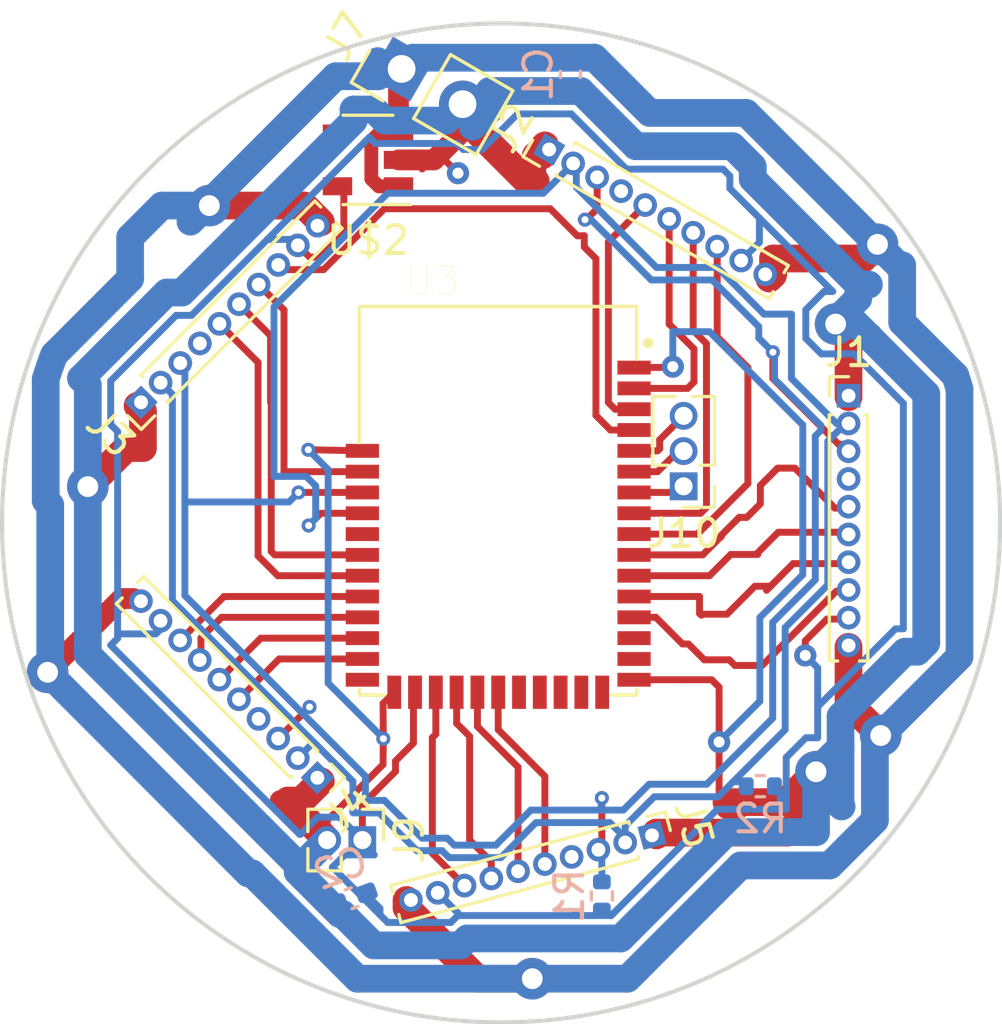
<source format=kicad_pcb>
(kicad_pcb (version 20171130) (host pcbnew 5.1.7-a382d34a8~88~ubuntu20.04.1)

  (general
    (thickness 1.6)
    (drawings 1)
    (tracks 513)
    (zones 0)
    (modules 14)
    (nets 44)
  )

  (page A4)
  (layers
    (0 F.Cu signal)
    (31 B.Cu signal)
    (32 B.Adhes user hide)
    (33 F.Adhes user hide)
    (34 B.Paste user hide)
    (35 F.Paste user hide)
    (36 B.SilkS user hide)
    (37 F.SilkS user hide)
    (38 B.Mask user hide)
    (39 F.Mask user hide)
    (40 Dwgs.User user hide)
    (41 Cmts.User user hide)
    (42 Eco1.User user hide)
    (43 Eco2.User user hide)
    (44 Edge.Cuts user)
    (45 Margin user hide)
    (46 B.CrtYd user hide)
    (47 F.CrtYd user hide)
    (48 B.Fab user hide)
    (49 F.Fab user hide)
  )

  (setup
    (last_trace_width 0.25)
    (user_trace_width 0.2)
    (user_trace_width 0.25)
    (user_trace_width 0.5)
    (user_trace_width 0.75)
    (user_trace_width 1)
    (trace_clearance 0.2)
    (zone_clearance 0.508)
    (zone_45_only no)
    (trace_min 0.2)
    (via_size 0.8)
    (via_drill 0.4)
    (via_min_size 0.5)
    (via_min_drill 0.254)
    (user_via 0.508 0.254)
    (user_via 1 0.5)
    (user_via 1.5 0.75)
    (uvia_size 0.3)
    (uvia_drill 0.1)
    (uvias_allowed no)
    (uvia_min_size 0.2)
    (uvia_min_drill 0.1)
    (edge_width 0.05)
    (segment_width 0.2)
    (pcb_text_width 0.3)
    (pcb_text_size 1.5 1.5)
    (mod_edge_width 0.12)
    (mod_text_size 1 1)
    (mod_text_width 0.15)
    (pad_size 1.524 1.524)
    (pad_drill 0.762)
    (pad_to_mask_clearance 0.05)
    (aux_axis_origin 0 0)
    (visible_elements FFF9FF1F)
    (pcbplotparams
      (layerselection 0x010fc_ffffffff)
      (usegerberextensions false)
      (usegerberattributes true)
      (usegerberadvancedattributes true)
      (creategerberjobfile true)
      (excludeedgelayer true)
      (linewidth 0.100000)
      (plotframeref false)
      (viasonmask false)
      (mode 1)
      (useauxorigin false)
      (hpglpennumber 1)
      (hpglpenspeed 20)
      (hpglpendiameter 15.000000)
      (psnegative false)
      (psa4output false)
      (plotreference true)
      (plotvalue true)
      (plotinvisibletext false)
      (padsonsilk false)
      (subtractmaskfromsilk false)
      (outputformat 1)
      (mirror false)
      (drillshape 1)
      (scaleselection 1)
      (outputdirectory ""))
  )

  (net 0 "")
  (net 1 GND)
  (net 2 /+3V)
  (net 3 +8V)
  (net 4 /SWDIO)
  (net 5 /SWDCLK)
  (net 6 /SMA1_SIG)
  (net 7 /SMA2_SIG)
  (net 8 /SMA3_SIG)
  (net 9 /SMA4_SIG)
  (net 10 /SMA5_SIG)
  (net 11 /SMA6_SIG)
  (net 12 /SMA7_SIG)
  (net 13 /SMA8_SIG)
  (net 14 /SMA9_SIG)
  (net 15 /SMA10_SIG)
  (net 16 /SMA11_SIG)
  (net 17 /SMA12_SIG)
  (net 18 /SMA13_SIG)
  (net 19 /SMA14_SIG)
  (net 20 /SMA15_SIG)
  (net 21 /SMA16_SIG)
  (net 22 /SMA17_SIG)
  (net 23 /SMA18_SIG)
  (net 24 /SMA19_SIG)
  (net 25 /SMA20_SIG)
  (net 26 "Net-(U3-Pad28)")
  (net 27 "Net-(U$2-Pad4)")
  (net 28 "Net-(U3-Pad17)")
  (net 29 "Net-(U3-Pad18)")
  (net 30 "Net-(U3-Pad20)")
  (net 31 "Net-(U3-Pad19)")
  (net 32 "Net-(U3-Pad21)")
  (net 33 "Net-(J1-Pad4)")
  (net 34 "Net-(J2-Pad4)")
  (net 35 "Net-(J3-Pad4)")
  (net 36 "Net-(J4-Pad4)")
  (net 37 "Net-(J5-Pad4)")
  (net 38 "Net-(U3-Pad15)")
  (net 39 "Net-(U3-Pad14)")
  (net 40 "Net-(J10-Pad1)")
  (net 41 /SCL)
  (net 42 /SDA)
  (net 43 "Net-(U3-Pad35)")

  (net_class Default "This is the default net class."
    (clearance 0.2)
    (trace_width 0.25)
    (via_dia 0.8)
    (via_drill 0.4)
    (uvia_dia 0.3)
    (uvia_drill 0.1)
    (add_net +8V)
    (add_net /+3V)
    (add_net /SCL)
    (add_net /SDA)
    (add_net /SMA10_SIG)
    (add_net /SMA11_SIG)
    (add_net /SMA12_SIG)
    (add_net /SMA13_SIG)
    (add_net /SMA14_SIG)
    (add_net /SMA15_SIG)
    (add_net /SMA16_SIG)
    (add_net /SMA17_SIG)
    (add_net /SMA18_SIG)
    (add_net /SMA19_SIG)
    (add_net /SMA1_SIG)
    (add_net /SMA20_SIG)
    (add_net /SMA2_SIG)
    (add_net /SMA3_SIG)
    (add_net /SMA4_SIG)
    (add_net /SMA5_SIG)
    (add_net /SMA6_SIG)
    (add_net /SMA7_SIG)
    (add_net /SMA8_SIG)
    (add_net /SMA9_SIG)
    (add_net /SWDCLK)
    (add_net /SWDIO)
    (add_net GND)
    (add_net "Net-(J1-Pad4)")
    (add_net "Net-(J10-Pad1)")
    (add_net "Net-(J2-Pad4)")
    (add_net "Net-(J3-Pad4)")
    (add_net "Net-(J4-Pad4)")
    (add_net "Net-(J5-Pad4)")
    (add_net "Net-(U$2-Pad4)")
    (add_net "Net-(U3-Pad14)")
    (add_net "Net-(U3-Pad15)")
    (add_net "Net-(U3-Pad17)")
    (add_net "Net-(U3-Pad18)")
    (add_net "Net-(U3-Pad19)")
    (add_net "Net-(U3-Pad20)")
    (add_net "Net-(U3-Pad21)")
    (add_net "Net-(U3-Pad28)")
    (add_net "Net-(U3-Pad35)")
  )

  (module Connector_PinHeader_1.00mm:PinHeader_1x10_P1.00mm_Vertical (layer F.Cu) (tedit 59FED738) (tstamp 604721DD)
    (at 95.953306 105.001334 135)
    (descr "Through hole straight pin header, 1x10, 1.00mm pitch, single row")
    (tags "Through hole pin header THT 1x10 1.00mm single row")
    (path /604880A8)
    (fp_text reference J3 (at 0 -1.56 135) (layer F.SilkS)
      (effects (font (size 1 1) (thickness 0.15)))
    )
    (fp_text value Conn_02x05_Counter_Clockwise (at 0 10.56 135) (layer F.Fab)
      (effects (font (size 1 1) (thickness 0.15)))
    )
    (fp_text user %R (at 0 4.5 45) (layer F.Fab)
      (effects (font (size 0.76 0.76) (thickness 0.114)))
    )
    (fp_line (start -0.3175 -0.5) (end 0.635 -0.5) (layer F.Fab) (width 0.1))
    (fp_line (start 0.635 -0.5) (end 0.635 9.5) (layer F.Fab) (width 0.1))
    (fp_line (start 0.635 9.5) (end -0.635 9.5) (layer F.Fab) (width 0.1))
    (fp_line (start -0.635 9.5) (end -0.635 -0.1825) (layer F.Fab) (width 0.1))
    (fp_line (start -0.635 -0.1825) (end -0.3175 -0.5) (layer F.Fab) (width 0.1))
    (fp_line (start -0.695 9.56) (end -0.394493 9.56) (layer F.SilkS) (width 0.12))
    (fp_line (start 0.394493 9.56) (end 0.695 9.56) (layer F.SilkS) (width 0.12))
    (fp_line (start -0.695 0.685) (end -0.695 9.56) (layer F.SilkS) (width 0.12))
    (fp_line (start 0.695 0.685) (end 0.695 9.56) (layer F.SilkS) (width 0.12))
    (fp_line (start -0.695 0.685) (end -0.608276 0.685) (layer F.SilkS) (width 0.12))
    (fp_line (start 0.608276 0.685) (end 0.695 0.685) (layer F.SilkS) (width 0.12))
    (fp_line (start -0.695 0) (end -0.695 -0.685) (layer F.SilkS) (width 0.12))
    (fp_line (start -0.695 -0.685) (end 0 -0.685) (layer F.SilkS) (width 0.12))
    (fp_line (start -1.15 -1) (end -1.15 10) (layer F.CrtYd) (width 0.05))
    (fp_line (start -1.15 10) (end 1.15 10) (layer F.CrtYd) (width 0.05))
    (fp_line (start 1.15 10) (end 1.15 -1) (layer F.CrtYd) (width 0.05))
    (fp_line (start 1.15 -1) (end -1.15 -1) (layer F.CrtYd) (width 0.05))
    (pad 10 thru_hole oval (at 0 9 135) (size 0.85 0.85) (drill 0.5) (layers *.Cu *.Mask)
      (net 3 +8V))
    (pad 9 thru_hole oval (at 0 8 135) (size 0.85 0.85) (drill 0.5) (layers *.Cu *.Mask)
      (net 2 /+3V))
    (pad 8 thru_hole oval (at 0 7 135) (size 0.85 0.85) (drill 0.5) (layers *.Cu *.Mask)
      (net 22 /SMA17_SIG))
    (pad 7 thru_hole oval (at 0 6 135) (size 0.85 0.85) (drill 0.5) (layers *.Cu *.Mask)
      (net 23 /SMA18_SIG))
    (pad 6 thru_hole oval (at 0 5 135) (size 0.85 0.85) (drill 0.5) (layers *.Cu *.Mask)
      (net 24 /SMA19_SIG))
    (pad 5 thru_hole oval (at 0 4 135) (size 0.85 0.85) (drill 0.5) (layers *.Cu *.Mask)
      (net 25 /SMA20_SIG))
    (pad 4 thru_hole oval (at 0 3 135) (size 0.85 0.85) (drill 0.5) (layers *.Cu *.Mask)
      (net 35 "Net-(J3-Pad4)"))
    (pad 3 thru_hole oval (at 0 2 135) (size 0.85 0.85) (drill 0.5) (layers *.Cu *.Mask)
      (net 42 /SDA))
    (pad 2 thru_hole oval (at 0 1 135) (size 0.85 0.85) (drill 0.5) (layers *.Cu *.Mask)
      (net 41 /SCL))
    (pad 1 thru_hole rect (at 0 0 135) (size 0.85 0.85) (drill 0.5) (layers *.Cu *.Mask)
      (net 1 GND))
    (model ${KISYS3DMOD}/Connector_PinHeader_1.00mm.3dshapes/PinHeader_1x10_P1.00mm_Vertical.wrl
      (at (xyz 0 0 0))
      (scale (xyz 1 1 1))
      (rotate (xyz 0 0 0))
    )
  )

  (module Connector_PinHeader_1.00mm:PinHeader_1x10_P1.00mm_Vertical (layer F.Cu) (tedit 59FED738) (tstamp 6047221D)
    (at 114.383457 120.607603 285)
    (descr "Through hole straight pin header, 1x10, 1.00mm pitch, single row")
    (tags "Through hole pin header THT 1x10 1.00mm single row")
    (path /60489940)
    (fp_text reference J5 (at 0 -1.56 105) (layer F.SilkS)
      (effects (font (size 1 1) (thickness 0.15)))
    )
    (fp_text value Conn_02x05_Counter_Clockwise (at 0 10.56 105) (layer F.Fab)
      (effects (font (size 1 1) (thickness 0.15)))
    )
    (fp_text user %R (at 0 4.5 15) (layer F.Fab)
      (effects (font (size 0.76 0.76) (thickness 0.114)))
    )
    (fp_line (start -0.3175 -0.5) (end 0.635 -0.5) (layer F.Fab) (width 0.1))
    (fp_line (start 0.635 -0.5) (end 0.635 9.5) (layer F.Fab) (width 0.1))
    (fp_line (start 0.635 9.5) (end -0.635 9.5) (layer F.Fab) (width 0.1))
    (fp_line (start -0.635 9.5) (end -0.635 -0.1825) (layer F.Fab) (width 0.1))
    (fp_line (start -0.635 -0.1825) (end -0.3175 -0.5) (layer F.Fab) (width 0.1))
    (fp_line (start -0.695 9.56) (end -0.394493 9.56) (layer F.SilkS) (width 0.12))
    (fp_line (start 0.394493 9.56) (end 0.695 9.56) (layer F.SilkS) (width 0.12))
    (fp_line (start -0.695 0.685) (end -0.695 9.56) (layer F.SilkS) (width 0.12))
    (fp_line (start 0.695 0.685) (end 0.695 9.56) (layer F.SilkS) (width 0.12))
    (fp_line (start -0.695 0.685) (end -0.608276 0.685) (layer F.SilkS) (width 0.12))
    (fp_line (start 0.608276 0.685) (end 0.695 0.685) (layer F.SilkS) (width 0.12))
    (fp_line (start -0.695 0) (end -0.695 -0.685) (layer F.SilkS) (width 0.12))
    (fp_line (start -0.695 -0.685) (end 0 -0.685) (layer F.SilkS) (width 0.12))
    (fp_line (start -1.15 -1) (end -1.15 10) (layer F.CrtYd) (width 0.05))
    (fp_line (start -1.15 10) (end 1.15 10) (layer F.CrtYd) (width 0.05))
    (fp_line (start 1.15 10) (end 1.15 -1) (layer F.CrtYd) (width 0.05))
    (fp_line (start 1.15 -1) (end -1.15 -1) (layer F.CrtYd) (width 0.05))
    (pad 10 thru_hole oval (at 0 9 285) (size 0.85 0.85) (drill 0.5) (layers *.Cu *.Mask)
      (net 3 +8V))
    (pad 9 thru_hole oval (at 0 8 285) (size 0.85 0.85) (drill 0.5) (layers *.Cu *.Mask)
      (net 2 /+3V))
    (pad 8 thru_hole oval (at 0 7 285) (size 0.85 0.85) (drill 0.5) (layers *.Cu *.Mask)
      (net 10 /SMA5_SIG))
    (pad 7 thru_hole oval (at 0 6 285) (size 0.85 0.85) (drill 0.5) (layers *.Cu *.Mask)
      (net 11 /SMA6_SIG))
    (pad 6 thru_hole oval (at 0 5 285) (size 0.85 0.85) (drill 0.5) (layers *.Cu *.Mask)
      (net 12 /SMA7_SIG))
    (pad 5 thru_hole oval (at 0 4 285) (size 0.85 0.85) (drill 0.5) (layers *.Cu *.Mask)
      (net 13 /SMA8_SIG))
    (pad 4 thru_hole oval (at 0 3 285) (size 0.85 0.85) (drill 0.5) (layers *.Cu *.Mask)
      (net 37 "Net-(J5-Pad4)"))
    (pad 3 thru_hole oval (at 0 2 285) (size 0.85 0.85) (drill 0.5) (layers *.Cu *.Mask)
      (net 42 /SDA))
    (pad 2 thru_hole oval (at 0 1 285) (size 0.85 0.85) (drill 0.5) (layers *.Cu *.Mask)
      (net 41 /SCL))
    (pad 1 thru_hole rect (at 0 0 285) (size 0.85 0.85) (drill 0.5) (layers *.Cu *.Mask)
      (net 1 GND))
    (model ${KISYS3DMOD}/Connector_PinHeader_1.00mm.3dshapes/PinHeader_1x10_P1.00mm_Vertical.wrl
      (at (xyz 0 0 0))
      (scale (xyz 1 1 1))
      (rotate (xyz 0 0 0))
    )
  )

  (module Connector_PinHeader_1.00mm:PinHeader_1x10_P1.00mm_Vertical (layer F.Cu) (tedit 59FED738) (tstamp 604721FD)
    (at 102.31374 118.53164 225)
    (descr "Through hole straight pin header, 1x10, 1.00mm pitch, single row")
    (tags "Through hole pin header THT 1x10 1.00mm single row")
    (path /60488DE7)
    (fp_text reference J4 (at 0 -1.56 45) (layer F.SilkS)
      (effects (font (size 1 1) (thickness 0.15)))
    )
    (fp_text value Conn_02x05_Counter_Clockwise (at 0 10.56 45) (layer F.Fab)
      (effects (font (size 1 1) (thickness 0.15)))
    )
    (fp_text user %R (at 0 4.5 135) (layer F.Fab)
      (effects (font (size 0.76 0.76) (thickness 0.114)))
    )
    (fp_line (start -0.3175 -0.5) (end 0.635 -0.5) (layer F.Fab) (width 0.1))
    (fp_line (start 0.635 -0.5) (end 0.635 9.5) (layer F.Fab) (width 0.1))
    (fp_line (start 0.635 9.5) (end -0.635 9.5) (layer F.Fab) (width 0.1))
    (fp_line (start -0.635 9.5) (end -0.635 -0.1825) (layer F.Fab) (width 0.1))
    (fp_line (start -0.635 -0.1825) (end -0.3175 -0.5) (layer F.Fab) (width 0.1))
    (fp_line (start -0.695 9.56) (end -0.394493 9.56) (layer F.SilkS) (width 0.12))
    (fp_line (start 0.394493 9.56) (end 0.695 9.56) (layer F.SilkS) (width 0.12))
    (fp_line (start -0.695 0.685) (end -0.695 9.56) (layer F.SilkS) (width 0.12))
    (fp_line (start 0.695 0.685) (end 0.695 9.56) (layer F.SilkS) (width 0.12))
    (fp_line (start -0.695 0.685) (end -0.608276 0.685) (layer F.SilkS) (width 0.12))
    (fp_line (start 0.608276 0.685) (end 0.695 0.685) (layer F.SilkS) (width 0.12))
    (fp_line (start -0.695 0) (end -0.695 -0.685) (layer F.SilkS) (width 0.12))
    (fp_line (start -0.695 -0.685) (end 0 -0.685) (layer F.SilkS) (width 0.12))
    (fp_line (start -1.15 -1) (end -1.15 10) (layer F.CrtYd) (width 0.05))
    (fp_line (start -1.15 10) (end 1.15 10) (layer F.CrtYd) (width 0.05))
    (fp_line (start 1.15 10) (end 1.15 -1) (layer F.CrtYd) (width 0.05))
    (fp_line (start 1.15 -1) (end -1.15 -1) (layer F.CrtYd) (width 0.05))
    (pad 10 thru_hole oval (at 0 9 225) (size 0.85 0.85) (drill 0.5) (layers *.Cu *.Mask)
      (net 3 +8V))
    (pad 9 thru_hole oval (at 0 8 225) (size 0.85 0.85) (drill 0.5) (layers *.Cu *.Mask)
      (net 2 /+3V))
    (pad 8 thru_hole oval (at 0 7 225) (size 0.85 0.85) (drill 0.5) (layers *.Cu *.Mask)
      (net 6 /SMA1_SIG))
    (pad 7 thru_hole oval (at 0 6 225) (size 0.85 0.85) (drill 0.5) (layers *.Cu *.Mask)
      (net 7 /SMA2_SIG))
    (pad 6 thru_hole oval (at 0 5 225) (size 0.85 0.85) (drill 0.5) (layers *.Cu *.Mask)
      (net 8 /SMA3_SIG))
    (pad 5 thru_hole oval (at 0 4 225) (size 0.85 0.85) (drill 0.5) (layers *.Cu *.Mask)
      (net 9 /SMA4_SIG))
    (pad 4 thru_hole oval (at 0 3 225) (size 0.85 0.85) (drill 0.5) (layers *.Cu *.Mask)
      (net 36 "Net-(J4-Pad4)"))
    (pad 3 thru_hole oval (at 0 2 225) (size 0.85 0.85) (drill 0.5) (layers *.Cu *.Mask)
      (net 42 /SDA))
    (pad 2 thru_hole oval (at 0 1 225) (size 0.85 0.85) (drill 0.5) (layers *.Cu *.Mask)
      (net 41 /SCL))
    (pad 1 thru_hole rect (at 0 0 225) (size 0.85 0.85) (drill 0.5) (layers *.Cu *.Mask)
      (net 1 GND))
    (model ${KISYS3DMOD}/Connector_PinHeader_1.00mm.3dshapes/PinHeader_1x10_P1.00mm_Vertical.wrl
      (at (xyz 0 0 0))
      (scale (xyz 1 1 1))
      (rotate (xyz 0 0 0))
    )
  )

  (module Connector_PinHeader_1.00mm:PinHeader_1x10_P1.00mm_Vertical (layer F.Cu) (tedit 59FED738) (tstamp 604721BD)
    (at 110.673453 95.89198 60)
    (descr "Through hole straight pin header, 1x10, 1.00mm pitch, single row")
    (tags "Through hole pin header THT 1x10 1.00mm single row")
    (path /60487128)
    (fp_text reference J2 (at 0 -1.56 60) (layer F.SilkS)
      (effects (font (size 1 1) (thickness 0.15)))
    )
    (fp_text value Conn_02x05_Counter_Clockwise (at 0 10.56 60) (layer F.Fab)
      (effects (font (size 1 1) (thickness 0.15)))
    )
    (fp_text user %R (at 0 4.5 150) (layer F.Fab)
      (effects (font (size 0.76 0.76) (thickness 0.114)))
    )
    (fp_line (start -0.3175 -0.5) (end 0.635 -0.5) (layer F.Fab) (width 0.1))
    (fp_line (start 0.635 -0.5) (end 0.635 9.5) (layer F.Fab) (width 0.1))
    (fp_line (start 0.635 9.5) (end -0.635 9.5) (layer F.Fab) (width 0.1))
    (fp_line (start -0.635 9.5) (end -0.635 -0.1825) (layer F.Fab) (width 0.1))
    (fp_line (start -0.635 -0.1825) (end -0.3175 -0.5) (layer F.Fab) (width 0.1))
    (fp_line (start -0.695 9.56) (end -0.394493 9.56) (layer F.SilkS) (width 0.12))
    (fp_line (start 0.394493 9.56) (end 0.695 9.56) (layer F.SilkS) (width 0.12))
    (fp_line (start -0.695 0.685) (end -0.695 9.56) (layer F.SilkS) (width 0.12))
    (fp_line (start 0.695 0.685) (end 0.695 9.56) (layer F.SilkS) (width 0.12))
    (fp_line (start -0.695 0.685) (end -0.608276 0.685) (layer F.SilkS) (width 0.12))
    (fp_line (start 0.608276 0.685) (end 0.695 0.685) (layer F.SilkS) (width 0.12))
    (fp_line (start -0.695 0) (end -0.695 -0.685) (layer F.SilkS) (width 0.12))
    (fp_line (start -0.695 -0.685) (end 0 -0.685) (layer F.SilkS) (width 0.12))
    (fp_line (start -1.15 -1) (end -1.15 10) (layer F.CrtYd) (width 0.05))
    (fp_line (start -1.15 10) (end 1.15 10) (layer F.CrtYd) (width 0.05))
    (fp_line (start 1.15 10) (end 1.15 -1) (layer F.CrtYd) (width 0.05))
    (fp_line (start 1.15 -1) (end -1.15 -1) (layer F.CrtYd) (width 0.05))
    (pad 10 thru_hole oval (at 0 9 60) (size 0.85 0.85) (drill 0.5) (layers *.Cu *.Mask)
      (net 3 +8V))
    (pad 9 thru_hole oval (at 0 8 60) (size 0.85 0.85) (drill 0.5) (layers *.Cu *.Mask)
      (net 2 /+3V))
    (pad 8 thru_hole oval (at 0 7 60) (size 0.85 0.85) (drill 0.5) (layers *.Cu *.Mask)
      (net 18 /SMA13_SIG))
    (pad 7 thru_hole oval (at 0 6 60) (size 0.85 0.85) (drill 0.5) (layers *.Cu *.Mask)
      (net 19 /SMA14_SIG))
    (pad 6 thru_hole oval (at 0 5 60) (size 0.85 0.85) (drill 0.5) (layers *.Cu *.Mask)
      (net 20 /SMA15_SIG))
    (pad 5 thru_hole oval (at 0 4 60) (size 0.85 0.85) (drill 0.5) (layers *.Cu *.Mask)
      (net 21 /SMA16_SIG))
    (pad 4 thru_hole oval (at 0 3 60) (size 0.85 0.85) (drill 0.5) (layers *.Cu *.Mask)
      (net 34 "Net-(J2-Pad4)"))
    (pad 3 thru_hole oval (at 0 2 60) (size 0.85 0.85) (drill 0.5) (layers *.Cu *.Mask)
      (net 42 /SDA))
    (pad 2 thru_hole oval (at 0 1 60) (size 0.85 0.85) (drill 0.5) (layers *.Cu *.Mask)
      (net 41 /SCL))
    (pad 1 thru_hole rect (at 0 0 60) (size 0.85 0.85) (drill 0.5) (layers *.Cu *.Mask)
      (net 1 GND))
    (model ${KISYS3DMOD}/Connector_PinHeader_1.00mm.3dshapes/PinHeader_1x10_P1.00mm_Vertical.wrl
      (at (xyz 0 0 0))
      (scale (xyz 1 1 1))
      (rotate (xyz 0 0 0))
    )
  )

  (module Connector_PinHeader_1.00mm:PinHeader_1x10_P1.00mm_Vertical (layer F.Cu) (tedit 59FED738) (tstamp 6046F541)
    (at 121.4755 104.76432)
    (descr "Through hole straight pin header, 1x10, 1.00mm pitch, single row")
    (tags "Through hole pin header THT 1x10 1.00mm single row")
    (path /60471947)
    (fp_text reference J1 (at 0 -1.56) (layer F.SilkS)
      (effects (font (size 1 1) (thickness 0.15)))
    )
    (fp_text value Conn_02x05_Counter_Clockwise (at 0 10.56) (layer F.Fab)
      (effects (font (size 1 1) (thickness 0.15)))
    )
    (fp_text user %R (at 0 4.5 90) (layer F.Fab)
      (effects (font (size 0.76 0.76) (thickness 0.114)))
    )
    (fp_line (start -0.3175 -0.5) (end 0.635 -0.5) (layer F.Fab) (width 0.1))
    (fp_line (start 0.635 -0.5) (end 0.635 9.5) (layer F.Fab) (width 0.1))
    (fp_line (start 0.635 9.5) (end -0.635 9.5) (layer F.Fab) (width 0.1))
    (fp_line (start -0.635 9.5) (end -0.635 -0.1825) (layer F.Fab) (width 0.1))
    (fp_line (start -0.635 -0.1825) (end -0.3175 -0.5) (layer F.Fab) (width 0.1))
    (fp_line (start -0.695 9.56) (end -0.394493 9.56) (layer F.SilkS) (width 0.12))
    (fp_line (start 0.394493 9.56) (end 0.695 9.56) (layer F.SilkS) (width 0.12))
    (fp_line (start -0.695 0.685) (end -0.695 9.56) (layer F.SilkS) (width 0.12))
    (fp_line (start 0.695 0.685) (end 0.695 9.56) (layer F.SilkS) (width 0.12))
    (fp_line (start -0.695 0.685) (end -0.608276 0.685) (layer F.SilkS) (width 0.12))
    (fp_line (start 0.608276 0.685) (end 0.695 0.685) (layer F.SilkS) (width 0.12))
    (fp_line (start -0.695 0) (end -0.695 -0.685) (layer F.SilkS) (width 0.12))
    (fp_line (start -0.695 -0.685) (end 0 -0.685) (layer F.SilkS) (width 0.12))
    (fp_line (start -1.15 -1) (end -1.15 10) (layer F.CrtYd) (width 0.05))
    (fp_line (start -1.15 10) (end 1.15 10) (layer F.CrtYd) (width 0.05))
    (fp_line (start 1.15 10) (end 1.15 -1) (layer F.CrtYd) (width 0.05))
    (fp_line (start 1.15 -1) (end -1.15 -1) (layer F.CrtYd) (width 0.05))
    (pad 10 thru_hole oval (at 0 9) (size 0.85 0.85) (drill 0.5) (layers *.Cu *.Mask)
      (net 3 +8V))
    (pad 9 thru_hole oval (at 0 8) (size 0.85 0.85) (drill 0.5) (layers *.Cu *.Mask)
      (net 2 /+3V))
    (pad 8 thru_hole oval (at 0 7) (size 0.85 0.85) (drill 0.5) (layers *.Cu *.Mask)
      (net 14 /SMA9_SIG))
    (pad 7 thru_hole oval (at 0 6) (size 0.85 0.85) (drill 0.5) (layers *.Cu *.Mask)
      (net 15 /SMA10_SIG))
    (pad 6 thru_hole oval (at 0 5) (size 0.85 0.85) (drill 0.5) (layers *.Cu *.Mask)
      (net 16 /SMA11_SIG))
    (pad 5 thru_hole oval (at 0 4) (size 0.85 0.85) (drill 0.5) (layers *.Cu *.Mask)
      (net 17 /SMA12_SIG))
    (pad 4 thru_hole oval (at 0 3) (size 0.85 0.85) (drill 0.5) (layers *.Cu *.Mask)
      (net 33 "Net-(J1-Pad4)"))
    (pad 3 thru_hole oval (at 0 2) (size 0.85 0.85) (drill 0.5) (layers *.Cu *.Mask)
      (net 42 /SDA))
    (pad 2 thru_hole oval (at 0 1) (size 0.85 0.85) (drill 0.5) (layers *.Cu *.Mask)
      (net 41 /SCL))
    (pad 1 thru_hole rect (at 0 0) (size 0.85 0.85) (drill 0.5) (layers *.Cu *.Mask)
      (net 1 GND))
    (model ${KISYS3DMOD}/Connector_PinHeader_1.00mm.3dshapes/PinHeader_1x10_P1.00mm_Vertical.wrl
      (at (xyz 0 0 0))
      (scale (xyz 1 1 1))
      (rotate (xyz 0 0 0))
    )
  )

  (module Resistor_SMD:R_0402_1005Metric (layer B.Cu) (tedit 5F68FEEE) (tstamp 6042194A)
    (at 118.29234 118.83644)
    (descr "Resistor SMD 0402 (1005 Metric), square (rectangular) end terminal, IPC_7351 nominal, (Body size source: IPC-SM-782 page 72, https://www.pcb-3d.com/wordpress/wp-content/uploads/ipc-sm-782a_amendment_1_and_2.pdf), generated with kicad-footprint-generator")
    (tags resistor)
    (path /604D5854)
    (attr smd)
    (fp_text reference R2 (at 0 1.17) (layer B.SilkS)
      (effects (font (size 1 1) (thickness 0.15)) (justify mirror))
    )
    (fp_text value " " (at 0 -1.17) (layer B.Fab)
      (effects (font (size 1 1) (thickness 0.15)) (justify mirror))
    )
    (fp_line (start -0.525 -0.27) (end -0.525 0.27) (layer B.Fab) (width 0.1))
    (fp_line (start -0.525 0.27) (end 0.525 0.27) (layer B.Fab) (width 0.1))
    (fp_line (start 0.525 0.27) (end 0.525 -0.27) (layer B.Fab) (width 0.1))
    (fp_line (start 0.525 -0.27) (end -0.525 -0.27) (layer B.Fab) (width 0.1))
    (fp_line (start -0.153641 0.38) (end 0.153641 0.38) (layer B.SilkS) (width 0.12))
    (fp_line (start -0.153641 -0.38) (end 0.153641 -0.38) (layer B.SilkS) (width 0.12))
    (fp_line (start -0.93 -0.47) (end -0.93 0.47) (layer B.CrtYd) (width 0.05))
    (fp_line (start -0.93 0.47) (end 0.93 0.47) (layer B.CrtYd) (width 0.05))
    (fp_line (start 0.93 0.47) (end 0.93 -0.47) (layer B.CrtYd) (width 0.05))
    (fp_line (start 0.93 -0.47) (end -0.93 -0.47) (layer B.CrtYd) (width 0.05))
    (fp_text user %R (at 0 0) (layer B.Fab)
      (effects (font (size 0.26 0.26) (thickness 0.04)) (justify mirror))
    )
    (pad 2 smd roundrect (at 0.51 0) (size 0.54 0.64) (layers B.Cu B.Paste B.Mask) (roundrect_rratio 0.25)
      (net 2 /+3V))
    (pad 1 smd roundrect (at -0.51 0) (size 0.54 0.64) (layers B.Cu B.Paste B.Mask) (roundrect_rratio 0.25)
      (net 41 /SCL))
    (model ${KISYS3DMOD}/Resistor_SMD.3dshapes/R_0402_1005Metric.wrl
      (at (xyz 0 0 0))
      (scale (xyz 1 1 1))
      (rotate (xyz 0 0 0))
    )
  )

  (module Resistor_SMD:R_0402_1005Metric (layer B.Cu) (tedit 5F68FEEE) (tstamp 60421939)
    (at 112.57534 122.79322 270)
    (descr "Resistor SMD 0402 (1005 Metric), square (rectangular) end terminal, IPC_7351 nominal, (Body size source: IPC-SM-782 page 72, https://www.pcb-3d.com/wordpress/wp-content/uploads/ipc-sm-782a_amendment_1_and_2.pdf), generated with kicad-footprint-generator")
    (tags resistor)
    (path /604D3AEF)
    (attr smd)
    (fp_text reference R1 (at 0 1.17 270) (layer B.SilkS)
      (effects (font (size 1 1) (thickness 0.15)) (justify mirror))
    )
    (fp_text value " " (at 0 -1.17 270) (layer B.Fab)
      (effects (font (size 1 1) (thickness 0.15)) (justify mirror))
    )
    (fp_line (start -0.525 -0.27) (end -0.525 0.27) (layer B.Fab) (width 0.1))
    (fp_line (start -0.525 0.27) (end 0.525 0.27) (layer B.Fab) (width 0.1))
    (fp_line (start 0.525 0.27) (end 0.525 -0.27) (layer B.Fab) (width 0.1))
    (fp_line (start 0.525 -0.27) (end -0.525 -0.27) (layer B.Fab) (width 0.1))
    (fp_line (start -0.153641 0.38) (end 0.153641 0.38) (layer B.SilkS) (width 0.12))
    (fp_line (start -0.153641 -0.38) (end 0.153641 -0.38) (layer B.SilkS) (width 0.12))
    (fp_line (start -0.93 -0.47) (end -0.93 0.47) (layer B.CrtYd) (width 0.05))
    (fp_line (start -0.93 0.47) (end 0.93 0.47) (layer B.CrtYd) (width 0.05))
    (fp_line (start 0.93 0.47) (end 0.93 -0.47) (layer B.CrtYd) (width 0.05))
    (fp_line (start 0.93 -0.47) (end -0.93 -0.47) (layer B.CrtYd) (width 0.05))
    (fp_text user %R (at 0 0 270) (layer B.Fab)
      (effects (font (size 0.26 0.26) (thickness 0.04)) (justify mirror))
    )
    (pad 2 smd roundrect (at 0.51 0 270) (size 0.54 0.64) (layers B.Cu B.Paste B.Mask) (roundrect_rratio 0.25)
      (net 2 /+3V))
    (pad 1 smd roundrect (at -0.51 0 270) (size 0.54 0.64) (layers B.Cu B.Paste B.Mask) (roundrect_rratio 0.25)
      (net 42 /SDA))
    (model ${KISYS3DMOD}/Resistor_SMD.3dshapes/R_0402_1005Metric.wrl
      (at (xyz 0 0 0))
      (scale (xyz 1 1 1))
      (rotate (xyz 0 0 0))
    )
  )

  (module Capacitor_SMD:C_0402_1005Metric_Pad0.74x0.62mm_HandSolder (layer B.Cu) (tedit 5F6BB22C) (tstamp 60421580)
    (at 103.550844 122.871016 200)
    (descr "Capacitor SMD 0402 (1005 Metric), square (rectangular) end terminal, IPC_7351 nominal with elongated pad for handsoldering. (Body size source: IPC-SM-782 page 76, https://www.pcb-3d.com/wordpress/wp-content/uploads/ipc-sm-782a_amendment_1_and_2.pdf), generated with kicad-footprint-generator")
    (tags "capacitor handsolder")
    (path /733CA19D)
    (attr smd)
    (fp_text reference C2 (at 0 1.16 20) (layer B.SilkS)
      (effects (font (size 1 1) (thickness 0.15)) (justify mirror))
    )
    (fp_text value C-USC0402 (at 0 -1.16 20) (layer B.Fab)
      (effects (font (size 1 1) (thickness 0.15)) (justify mirror))
    )
    (fp_line (start -0.5 -0.25) (end -0.5 0.25) (layer B.Fab) (width 0.1))
    (fp_line (start -0.5 0.25) (end 0.5 0.25) (layer B.Fab) (width 0.1))
    (fp_line (start 0.5 0.25) (end 0.5 -0.25) (layer B.Fab) (width 0.1))
    (fp_line (start 0.5 -0.25) (end -0.5 -0.25) (layer B.Fab) (width 0.1))
    (fp_line (start -0.115835 0.36) (end 0.115835 0.36) (layer B.SilkS) (width 0.12))
    (fp_line (start -0.115835 -0.36) (end 0.115835 -0.36) (layer B.SilkS) (width 0.12))
    (fp_line (start -1.08 -0.46) (end -1.08 0.46) (layer B.CrtYd) (width 0.05))
    (fp_line (start -1.08 0.46) (end 1.08 0.46) (layer B.CrtYd) (width 0.05))
    (fp_line (start 1.08 0.46) (end 1.08 -0.46) (layer B.CrtYd) (width 0.05))
    (fp_line (start 1.08 -0.46) (end -1.08 -0.46) (layer B.CrtYd) (width 0.05))
    (fp_text user %R (at 0 0 20) (layer B.Fab)
      (effects (font (size 0.25 0.25) (thickness 0.04)) (justify mirror))
    )
    (pad 2 smd roundrect (at 0.5675 0 200) (size 0.735 0.62) (layers B.Cu B.Paste B.Mask) (roundrect_rratio 0.25)
      (net 1 GND))
    (pad 1 smd roundrect (at -0.5675 0 200) (size 0.735 0.62) (layers B.Cu B.Paste B.Mask) (roundrect_rratio 0.25)
      (net 2 /+3V))
    (model ${KISYS3DMOD}/Capacitor_SMD.3dshapes/C_0402_1005Metric.wrl
      (at (xyz 0 0 0))
      (scale (xyz 1 1 1))
      (rotate (xyz 0 0 0))
    )
  )

  (module Capacitor_SMD:C_0402_1005Metric_Pad0.74x0.62mm_HandSolder (layer B.Cu) (tedit 5F6BB22C) (tstamp 6042156F)
    (at 111.43996 93.18244 270)
    (descr "Capacitor SMD 0402 (1005 Metric), square (rectangular) end terminal, IPC_7351 nominal with elongated pad for handsoldering. (Body size source: IPC-SM-782 page 76, https://www.pcb-3d.com/wordpress/wp-content/uploads/ipc-sm-782a_amendment_1_and_2.pdf), generated with kicad-footprint-generator")
    (tags "capacitor handsolder")
    (path /604CBC27)
    (attr smd)
    (fp_text reference C1 (at 0 1.16 270) (layer B.SilkS)
      (effects (font (size 1 1) (thickness 0.15)) (justify mirror))
    )
    (fp_text value C-USC0402 (at 0 -1.16 270) (layer B.Fab)
      (effects (font (size 1 1) (thickness 0.15)) (justify mirror))
    )
    (fp_line (start -0.5 -0.25) (end -0.5 0.25) (layer B.Fab) (width 0.1))
    (fp_line (start -0.5 0.25) (end 0.5 0.25) (layer B.Fab) (width 0.1))
    (fp_line (start 0.5 0.25) (end 0.5 -0.25) (layer B.Fab) (width 0.1))
    (fp_line (start 0.5 -0.25) (end -0.5 -0.25) (layer B.Fab) (width 0.1))
    (fp_line (start -0.115835 0.36) (end 0.115835 0.36) (layer B.SilkS) (width 0.12))
    (fp_line (start -0.115835 -0.36) (end 0.115835 -0.36) (layer B.SilkS) (width 0.12))
    (fp_line (start -1.08 -0.46) (end -1.08 0.46) (layer B.CrtYd) (width 0.05))
    (fp_line (start -1.08 0.46) (end 1.08 0.46) (layer B.CrtYd) (width 0.05))
    (fp_line (start 1.08 0.46) (end 1.08 -0.46) (layer B.CrtYd) (width 0.05))
    (fp_line (start 1.08 -0.46) (end -1.08 -0.46) (layer B.CrtYd) (width 0.05))
    (fp_text user %R (at 0 0 270) (layer B.Fab)
      (effects (font (size 0.25 0.25) (thickness 0.04)) (justify mirror))
    )
    (pad 2 smd roundrect (at 0.5675 0 270) (size 0.735 0.62) (layers B.Cu B.Paste B.Mask) (roundrect_rratio 0.25)
      (net 1 GND))
    (pad 1 smd roundrect (at -0.5675 0 270) (size 0.735 0.62) (layers B.Cu B.Paste B.Mask) (roundrect_rratio 0.25)
      (net 3 +8V))
    (model ${KISYS3DMOD}/Capacitor_SMD.3dshapes/C_0402_1005Metric.wrl
      (at (xyz 0 0 0))
      (scale (xyz 1 1 1))
      (rotate (xyz 0 0 0))
    )
  )

  (module Connector_PinHeader_1.27mm:PinHeader_1x03_P1.27mm_Vertical (layer F.Cu) (tedit 59FED6E3) (tstamp 5F5BB159)
    (at 115.52428 108.02874 180)
    (descr "Through hole straight pin header, 1x03, 1.27mm pitch, single row")
    (tags "Through hole pin header THT 1x03 1.27mm single row")
    (path /A8F50699)
    (fp_text reference J10 (at 0 -1.695) (layer F.SilkS)
      (effects (font (size 1 1) (thickness 0.15)))
    )
    (fp_text value 61300311121 (at 0 4.235) (layer F.Fab)
      (effects (font (size 1 1) (thickness 0.15)))
    )
    (fp_line (start -0.525 -0.635) (end 1.05 -0.635) (layer F.Fab) (width 0.1))
    (fp_line (start 1.05 -0.635) (end 1.05 3.175) (layer F.Fab) (width 0.1))
    (fp_line (start 1.05 3.175) (end -1.05 3.175) (layer F.Fab) (width 0.1))
    (fp_line (start -1.05 3.175) (end -1.05 -0.11) (layer F.Fab) (width 0.1))
    (fp_line (start -1.05 -0.11) (end -0.525 -0.635) (layer F.Fab) (width 0.1))
    (fp_line (start -1.11 3.235) (end -0.30753 3.235) (layer F.SilkS) (width 0.12))
    (fp_line (start 0.30753 3.235) (end 1.11 3.235) (layer F.SilkS) (width 0.12))
    (fp_line (start -1.11 0.76) (end -1.11 3.235) (layer F.SilkS) (width 0.12))
    (fp_line (start 1.11 0.76) (end 1.11 3.235) (layer F.SilkS) (width 0.12))
    (fp_line (start -1.11 0.76) (end -0.563471 0.76) (layer F.SilkS) (width 0.12))
    (fp_line (start 0.563471 0.76) (end 1.11 0.76) (layer F.SilkS) (width 0.12))
    (fp_line (start -1.11 0) (end -1.11 -0.76) (layer F.SilkS) (width 0.12))
    (fp_line (start -1.11 -0.76) (end 0 -0.76) (layer F.SilkS) (width 0.12))
    (fp_line (start -1.55 -1.15) (end -1.55 3.7) (layer F.CrtYd) (width 0.05))
    (fp_line (start -1.55 3.7) (end 1.55 3.7) (layer F.CrtYd) (width 0.05))
    (fp_line (start 1.55 3.7) (end 1.55 -1.15) (layer F.CrtYd) (width 0.05))
    (fp_line (start 1.55 -1.15) (end -1.55 -1.15) (layer F.CrtYd) (width 0.05))
    (fp_text user %R (at 0 1.27 90) (layer F.Fab)
      (effects (font (size 1 1) (thickness 0.15)))
    )
    (pad 3 thru_hole oval (at 0 2.54 180) (size 1 1) (drill 0.65) (layers *.Cu *.Mask)
      (net 4 /SWDIO))
    (pad 2 thru_hole oval (at 0 1.27 180) (size 1 1) (drill 0.65) (layers *.Cu *.Mask)
      (net 5 /SWDCLK))
    (pad 1 thru_hole rect (at 0 0 180) (size 1 1) (drill 0.65) (layers *.Cu *.Mask)
      (net 40 "Net-(J10-Pad1)"))
    (model ${KISYS3DMOD}/Connector_PinHeader_1.27mm.3dshapes/PinHeader_1x03_P1.27mm_Vertical.wrl
      (at (xyz 0 0 0))
      (scale (xyz 1 1 1))
      (rotate (xyz 0 0 0))
    )
  )

  (module Connector_PinHeader_1.27mm:PinHeader_1x02_P1.27mm_Vertical (layer F.Cu) (tedit 59FED6E3) (tstamp 5F5BB12C)
    (at 103.9368 120.777 270)
    (descr "Through hole straight pin header, 1x02, 1.27mm pitch, single row")
    (tags "Through hole pin header THT 1x02 1.27mm single row")
    (path /5EBF55DB)
    (fp_text reference J9 (at 0 -1.695 90) (layer F.SilkS)
      (effects (font (size 1 1) (thickness 0.15)))
    )
    (fp_text value 61300211121 (at 0 2.965 90) (layer F.Fab)
      (effects (font (size 1 1) (thickness 0.15)))
    )
    (fp_line (start 1.55 -1.15) (end -1.55 -1.15) (layer F.CrtYd) (width 0.05))
    (fp_line (start 1.55 2.45) (end 1.55 -1.15) (layer F.CrtYd) (width 0.05))
    (fp_line (start -1.55 2.45) (end 1.55 2.45) (layer F.CrtYd) (width 0.05))
    (fp_line (start -1.55 -1.15) (end -1.55 2.45) (layer F.CrtYd) (width 0.05))
    (fp_line (start -1.11 -0.76) (end 0 -0.76) (layer F.SilkS) (width 0.12))
    (fp_line (start -1.11 0) (end -1.11 -0.76) (layer F.SilkS) (width 0.12))
    (fp_line (start 0.563471 0.76) (end 1.11 0.76) (layer F.SilkS) (width 0.12))
    (fp_line (start -1.11 0.76) (end -0.563471 0.76) (layer F.SilkS) (width 0.12))
    (fp_line (start 1.11 0.76) (end 1.11 1.965) (layer F.SilkS) (width 0.12))
    (fp_line (start -1.11 0.76) (end -1.11 1.965) (layer F.SilkS) (width 0.12))
    (fp_line (start 0.30753 1.965) (end 1.11 1.965) (layer F.SilkS) (width 0.12))
    (fp_line (start -1.11 1.965) (end -0.30753 1.965) (layer F.SilkS) (width 0.12))
    (fp_line (start -1.05 -0.11) (end -0.525 -0.635) (layer F.Fab) (width 0.1))
    (fp_line (start -1.05 1.905) (end -1.05 -0.11) (layer F.Fab) (width 0.1))
    (fp_line (start 1.05 1.905) (end -1.05 1.905) (layer F.Fab) (width 0.1))
    (fp_line (start 1.05 -0.635) (end 1.05 1.905) (layer F.Fab) (width 0.1))
    (fp_line (start -0.525 -0.635) (end 1.05 -0.635) (layer F.Fab) (width 0.1))
    (fp_text user %R (at 0 0.635) (layer F.Fab)
      (effects (font (size 1 1) (thickness 0.15)))
    )
    (pad 2 thru_hole oval (at 0 1.27 270) (size 1 1) (drill 0.65) (layers *.Cu *.Mask)
      (net 1 GND))
    (pad 1 thru_hole rect (at 0 0 270) (size 1 1) (drill 0.65) (layers *.Cu *.Mask)
      (net 2 /+3V))
    (model ${KISYS3DMOD}/Connector_PinHeader_1.27mm.3dshapes/PinHeader_1x02_P1.27mm_Vertical.wrl
      (at (xyz 0 0 0))
      (scale (xyz 1 1 1))
      (rotate (xyz 0 0 0))
    )
  )

  (module Package_TO_SOT_SMD:SOT-23-5 (layer F.Cu) (tedit 5A02FF57) (tstamp 5F5BB75A)
    (at 104.13982 96.26596 180)
    (descr "5-pin SOT23 package")
    (tags SOT-23-5)
    (path /F2F26A6E)
    (attr smd)
    (fp_text reference U$2 (at 0 -2.9) (layer F.SilkS)
      (effects (font (size 1 1) (thickness 0.15)))
    )
    (fp_text value SPX3819M5_3_3 (at 0 2.9) (layer F.Fab)
      (effects (font (size 1 1) (thickness 0.15)))
    )
    (fp_line (start 0.9 -1.55) (end 0.9 1.55) (layer F.Fab) (width 0.1))
    (fp_line (start 0.9 1.55) (end -0.9 1.55) (layer F.Fab) (width 0.1))
    (fp_line (start -0.9 -0.9) (end -0.9 1.55) (layer F.Fab) (width 0.1))
    (fp_line (start 0.9 -1.55) (end -0.25 -1.55) (layer F.Fab) (width 0.1))
    (fp_line (start -0.9 -0.9) (end -0.25 -1.55) (layer F.Fab) (width 0.1))
    (fp_line (start -1.9 1.8) (end -1.9 -1.8) (layer F.CrtYd) (width 0.05))
    (fp_line (start 1.9 1.8) (end -1.9 1.8) (layer F.CrtYd) (width 0.05))
    (fp_line (start 1.9 -1.8) (end 1.9 1.8) (layer F.CrtYd) (width 0.05))
    (fp_line (start -1.9 -1.8) (end 1.9 -1.8) (layer F.CrtYd) (width 0.05))
    (fp_line (start 0.9 -1.61) (end -1.55 -1.61) (layer F.SilkS) (width 0.12))
    (fp_line (start -0.9 1.61) (end 0.9 1.61) (layer F.SilkS) (width 0.12))
    (fp_text user %R (at 0 0 90) (layer F.Fab)
      (effects (font (size 0.5 0.5) (thickness 0.075)))
    )
    (pad 5 smd rect (at 1.1 -0.95 180) (size 1.06 0.65) (layers F.Cu F.Paste F.Mask)
      (net 2 /+3V))
    (pad 4 smd rect (at 1.1 0.95 180) (size 1.06 0.65) (layers F.Cu F.Paste F.Mask)
      (net 27 "Net-(U$2-Pad4)"))
    (pad 3 smd rect (at -1.1 0.95 180) (size 1.06 0.65) (layers F.Cu F.Paste F.Mask)
      (net 3 +8V))
    (pad 2 smd rect (at -1.1 0 180) (size 1.06 0.65) (layers F.Cu F.Paste F.Mask)
      (net 1 GND))
    (pad 1 smd rect (at -1.1 -0.95 180) (size 1.06 0.65) (layers F.Cu F.Paste F.Mask)
      (net 3 +8V))
    (model ${KISYS3DMOD}/Package_TO_SOT_SMD.3dshapes/SOT-23-5.wrl
      (at (xyz 0 0 0))
      (scale (xyz 1 1 1))
      (rotate (xyz 0 0 0))
    )
  )

  (module BL652-SA-01:XCVR_BL652-SA-01 (layer F.Cu) (tedit 5F5A9A49) (tstamp 5F5BB745)
    (at 108.8368 108.5506)
    (path /9A04CEE8)
    (fp_text reference U3 (at -2.37522 -7.93209) (layer F.SilkS)
      (effects (font (size 1.00178 1.00178) (thickness 0.015)))
    )
    (fp_text value BL652-SA-01 (at 4.64587 8.430805) (layer F.Fab)
      (effects (font (size 1.001047 1.001047) (thickness 0.015)))
    )
    (fp_line (start 5 -7) (end -5 -7) (layer F.SilkS) (width 0.127))
    (fp_line (start 5 -7) (end 5 7) (layer F.Fab) (width 0.127))
    (fp_line (start 5 7) (end -5 7) (layer F.Fab) (width 0.127))
    (fp_line (start -5 -7) (end -5 7) (layer F.Fab) (width 0.127))
    (fp_circle (center 5.409 -5.686) (end 5.509 -5.686) (layer F.SilkS) (width 0.2))
    (fp_poly (pts (xy -5.00362 -7) (xy 4.2 -7) (xy 4.2 -2.10152) (xy -5.00362 -2.10152)) (layer Dwgs.User) (width 0.01))
    (fp_line (start 5 6.8) (end 5 7) (layer F.SilkS) (width 0.127))
    (fp_line (start 5 7) (end 4.1 7) (layer F.SilkS) (width 0.127))
    (fp_line (start -5 6.8) (end -5 7) (layer F.SilkS) (width 0.127))
    (fp_line (start -5 7) (end -4.1 7) (layer F.SilkS) (width 0.127))
    (fp_line (start 5 -5.1) (end 5 -7) (layer F.SilkS) (width 0.127))
    (fp_line (start -5 -2.1) (end -5 -7) (layer F.SilkS) (width 0.127))
    (fp_line (start -5 -7) (end 5 -7) (layer F.Fab) (width 0.127))
    (fp_line (start -5.5 -7.25) (end 5.75 -7.25) (layer F.CrtYd) (width 0.05))
    (fp_line (start 5.75 -7.25) (end 5.75 7.75) (layer F.CrtYd) (width 0.05))
    (fp_line (start 5.75 7.75) (end -5.5 7.75) (layer F.CrtYd) (width 0.05))
    (fp_line (start -5.5 7.75) (end -5.5 -7.25) (layer F.CrtYd) (width 0.05))
    (fp_poly (pts (xy -5.0035 -7) (xy 4.2 -7) (xy 4.2 -2.10147) (xy -5.0035 -2.10147)) (layer Dwgs.User) (width 0.01))
    (fp_poly (pts (xy -5.00561 -7) (xy 4.2 -7) (xy 4.2 -2.10235) (xy -5.00561 -2.10235)) (layer Dwgs.User) (width 0.01))
    (pad 1 smd rect (at 4.9 -4.8) (size 1.2 0.5) (layers F.Cu F.Paste F.Mask)
      (net 1 GND))
    (pad 2 smd rect (at 4.9 -4.05) (size 1.2 0.5) (layers F.Cu F.Paste F.Mask)
      (net 20 /SMA15_SIG))
    (pad 4 smd rect (at 4.9 -2.55) (size 1.2 0.5) (layers F.Cu F.Paste F.Mask)
      (net 22 /SMA17_SIG))
    (pad 3 smd rect (at 4.9 -3.3) (size 1.2 0.5) (layers F.Cu F.Paste F.Mask)
      (net 21 /SMA16_SIG))
    (pad 8 smd rect (at 4.9 0.45) (size 1.2 0.5) (layers F.Cu F.Paste F.Mask)
      (net 19 /SMA14_SIG))
    (pad 7 smd rect (at 4.9 -0.3) (size 1.2 0.5) (layers F.Cu F.Paste F.Mask)
      (net 40 "Net-(J10-Pad1)"))
    (pad 5 smd rect (at 4.9 -1.8) (size 1.2 0.5) (layers F.Cu F.Paste F.Mask)
      (net 4 /SWDIO))
    (pad 6 smd rect (at 4.9 -1.05) (size 1.2 0.5) (layers F.Cu F.Paste F.Mask)
      (net 5 /SWDCLK))
    (pad 16 smd rect (at 4.9 6.45) (size 1.2 0.5) (layers F.Cu F.Paste F.Mask)
      (net 1 GND))
    (pad 15 smd rect (at 4.9 5.7) (size 1.2 0.5) (layers F.Cu F.Paste F.Mask)
      (net 38 "Net-(U3-Pad15)"))
    (pad 13 smd rect (at 4.9 4.2) (size 1.2 0.5) (layers F.Cu F.Paste F.Mask)
      (net 14 /SMA9_SIG))
    (pad 14 smd rect (at 4.9 4.95) (size 1.2 0.5) (layers F.Cu F.Paste F.Mask)
      (net 39 "Net-(U3-Pad14)"))
    (pad 9 smd rect (at 4.9 1.2) (size 1.2 0.5) (layers F.Cu F.Paste F.Mask)
      (net 18 /SMA13_SIG))
    (pad 10 smd rect (at 4.9 1.95) (size 1.2 0.5) (layers F.Cu F.Paste F.Mask)
      (net 17 /SMA12_SIG))
    (pad 12 smd rect (at 4.9 3.45) (size 1.2 0.5) (layers F.Cu F.Paste F.Mask)
      (net 15 /SMA10_SIG))
    (pad 11 smd rect (at 4.9 2.7) (size 1.2 0.5) (layers F.Cu F.Paste F.Mask)
      (net 16 /SMA11_SIG))
    (pad 36 smd rect (at -4.9 0.45) (size 1.2 0.5) (layers F.Cu F.Paste F.Mask)
      (net 41 /SCL))
    (pad 37 smd rect (at -4.9 -0.3) (size 1.2 0.5) (layers F.Cu F.Paste F.Mask)
      (net 42 /SDA))
    (pad 28 smd rect (at -4.9 6.45) (size 1.2 0.5) (layers F.Cu F.Paste F.Mask)
      (net 26 "Net-(U3-Pad28)"))
    (pad 29 smd rect (at -4.9 5.7) (size 1.2 0.5) (layers F.Cu F.Paste F.Mask)
      (net 9 /SMA4_SIG))
    (pad 31 smd rect (at -4.9 4.2) (size 1.2 0.5) (layers F.Cu F.Paste F.Mask)
      (net 7 /SMA2_SIG))
    (pad 30 smd rect (at -4.9 4.95) (size 1.2 0.5) (layers F.Cu F.Paste F.Mask)
      (net 8 /SMA3_SIG))
    (pad 35 smd rect (at -4.9 1.2) (size 1.2 0.5) (layers F.Cu F.Paste F.Mask)
      (net 43 "Net-(U3-Pad35)"))
    (pad 34 smd rect (at -4.9 1.95) (size 1.2 0.5) (layers F.Cu F.Paste F.Mask)
      (net 24 /SMA19_SIG))
    (pad 32 smd rect (at -4.9 3.45) (size 1.2 0.5) (layers F.Cu F.Paste F.Mask)
      (net 6 /SMA1_SIG))
    (pad 33 smd rect (at -4.9 2.7) (size 1.2 0.5) (layers F.Cu F.Paste F.Mask)
      (net 25 /SMA20_SIG))
    (pad 38 smd rect (at -4.9 -1.05) (size 1.2 0.5) (layers F.Cu F.Paste F.Mask)
      (net 23 /SMA18_SIG))
    (pad 39 smd rect (at -4.9 -1.8) (size 1.2 0.5) (layers F.Cu F.Paste F.Mask)
      (net 1 GND))
    (pad 25 smd rect (at -2.25 6.9) (size 0.5 1.2) (layers F.Cu F.Paste F.Mask)
      (net 10 /SMA5_SIG))
    (pad 26 smd rect (at -3 6.9) (size 0.5 1.2) (layers F.Cu F.Paste F.Mask)
      (net 2 /+3V))
    (pad 17 smd rect (at 3.75 6.9) (size 0.5 1.2) (layers F.Cu F.Paste F.Mask)
      (net 28 "Net-(U3-Pad17)"))
    (pad 18 smd rect (at 3 6.9) (size 0.5 1.2) (layers F.Cu F.Paste F.Mask)
      (net 29 "Net-(U3-Pad18)"))
    (pad 20 smd rect (at 1.5 6.9) (size 0.5 1.2) (layers F.Cu F.Paste F.Mask)
      (net 30 "Net-(U3-Pad20)"))
    (pad 19 smd rect (at 2.25 6.9) (size 0.5 1.2) (layers F.Cu F.Paste F.Mask)
      (net 31 "Net-(U3-Pad19)"))
    (pad 24 smd rect (at -1.5 6.9) (size 0.5 1.2) (layers F.Cu F.Paste F.Mask)
      (net 11 /SMA6_SIG))
    (pad 23 smd rect (at -0.75 6.9) (size 0.5 1.2) (layers F.Cu F.Paste F.Mask)
      (net 12 /SMA7_SIG))
    (pad 21 smd rect (at 0.75 6.9) (size 0.5 1.2) (layers F.Cu F.Paste F.Mask)
      (net 32 "Net-(U3-Pad21)"))
    (pad 22 smd rect (at 0 6.9) (size 0.5 1.2) (layers F.Cu F.Paste F.Mask)
      (net 13 /SMA8_SIG))
    (pad 27 smd rect (at -3.75 6.9) (size 0.5 1.2) (layers F.Cu F.Paste F.Mask)
      (net 1 GND))
  )

  (module Connector_PinHeader_2.54mm:PinHeader_1x02_P2.54mm_Vertical (layer F.Cu) (tedit 59FED5CC) (tstamp 5F5BB0FF)
    (at 105.35158 92.98686 60)
    (descr "Through hole straight pin header, 1x02, 2.54mm pitch, single row")
    (tags "Through hole pin header THT 1x02 2.54mm single row")
    (path /1B1E17EB)
    (fp_text reference J7 (at 0 -2.33 60) (layer F.SilkS)
      (effects (font (size 1 1) (thickness 0.15)))
    )
    (fp_text value 61300211121 (at 0 4.87 60) (layer F.Fab)
      (effects (font (size 1 1) (thickness 0.15)))
    )
    (fp_line (start -0.635 -1.27) (end 1.27 -1.27) (layer F.Fab) (width 0.1))
    (fp_line (start 1.27 -1.27) (end 1.27 3.81) (layer F.Fab) (width 0.1))
    (fp_line (start 1.27 3.81) (end -1.27 3.81) (layer F.Fab) (width 0.1))
    (fp_line (start -1.27 3.81) (end -1.27 -0.635) (layer F.Fab) (width 0.1))
    (fp_line (start -1.27 -0.635) (end -0.635 -1.27) (layer F.Fab) (width 0.1))
    (fp_line (start -1.33 3.87) (end 1.33 3.87) (layer F.SilkS) (width 0.12))
    (fp_line (start -1.33 1.27) (end -1.33 3.87) (layer F.SilkS) (width 0.12))
    (fp_line (start 1.33 1.27) (end 1.33 3.87) (layer F.SilkS) (width 0.12))
    (fp_line (start -1.33 1.27) (end 1.33 1.27) (layer F.SilkS) (width 0.12))
    (fp_line (start -1.33 0) (end -1.33 -1.33) (layer F.SilkS) (width 0.12))
    (fp_line (start -1.33 -1.33) (end 0 -1.33) (layer F.SilkS) (width 0.12))
    (fp_line (start -1.8 -1.8) (end -1.8 4.35) (layer F.CrtYd) (width 0.05))
    (fp_line (start -1.8 4.35) (end 1.8 4.35) (layer F.CrtYd) (width 0.05))
    (fp_line (start 1.8 4.35) (end 1.8 -1.8) (layer F.CrtYd) (width 0.05))
    (fp_line (start 1.8 -1.8) (end -1.8 -1.8) (layer F.CrtYd) (width 0.05))
    (fp_text user %R (at 0 1.27 150) (layer F.Fab)
      (effects (font (size 1 1) (thickness 0.15)))
    )
    (pad 1 thru_hole rect (at 0 0 60) (size 1.7 1.7) (drill 1) (layers *.Cu *.Mask)
      (net 3 +8V))
    (pad 2 thru_hole oval (at 0 2.54 60) (size 1.7 1.7) (drill 1) (layers *.Cu *.Mask)
      (net 1 GND))
    (model ${KISYS3DMOD}/Connector_PinHeader_2.54mm.3dshapes/PinHeader_1x02_P2.54mm_Vertical.wrl
      (at (xyz 0 0 0))
      (scale (xyz 1 1 1))
      (rotate (xyz 0 0 0))
    )
  )

  (gr_circle (center 108.9406 109.347) (end 126.9406 109.347) (layer Edge.Cuts) (width 0.15))

  (segment (start 102.6668 120.069894) (end 102.6668 120.777) (width 0.25) (layer F.Cu) (net 1))
  (segment (start 104.682595 118.054099) (end 102.6668 120.069894) (width 0.25) (layer F.Cu) (net 1))
  (segment (start 104.682595 115.854805) (end 104.69372 117.12448) (width 0.25) (layer F.Cu) (net 1))
  (segment (start 105.0868 115.4506) (end 104.682595 115.854805) (width 0.25) (layer F.Cu) (net 1))
  (segment (start 110.192417 97.037395) (end 110.192417 96.106383) (width 0.75) (layer F.Cu) (net 1))
  (segment (start 117.071543 119.642023) (end 117.071543 119.409715) (width 0.75) (layer F.Cu) (net 1))
  (segment (start 117.415324 119.753496) (end 117.071543 119.409715) (width 0.75) (layer F.Cu) (net 1))
  (segment (start 116.535468 115.0006) (end 116.805093 115.270225) (width 0.25) (layer F.Cu) (net 1))
  (segment (start 107.551285 95.234495) (end 107.551285 94.25686) (width 0.75) (layer F.Cu) (net 1))
  (segment (start 106.51982 96.26596) (end 107.551285 95.234495) (width 0.75) (layer F.Cu) (net 1))
  (segment (start 104.750502 94.847992) (end 104.3533 94.45079) (width 1) (layer B.Cu) (net 1))
  (segment (start 106.960153 94.847992) (end 104.750502 94.847992) (width 1) (layer B.Cu) (net 1))
  (segment (start 107.551285 94.25686) (end 106.960153 94.847992) (width 1) (layer B.Cu) (net 1))
  (segment (start 104.3533 94.45079) (end 103.6193 94.45079) (width 1) (layer B.Cu) (net 1))
  (segment (start 97.429022 101.04374) (end 96.87849 101.04374) (width 1) (layer B.Cu) (net 1))
  (segment (start 103.6193 94.853462) (end 97.429022 101.04374) (width 1) (layer B.Cu) (net 1))
  (segment (start 103.6193 94.45079) (end 103.6193 94.853462) (width 1) (layer B.Cu) (net 1))
  (segment (start 96.87849 101.04374) (end 93.787399 104.134831) (width 1) (layer B.Cu) (net 1))
  (segment (start 93.787399 104.134831) (end 94.033 104.380432) (width 1) (layer B.Cu) (net 1))
  (segment (start 94.033 104.380432) (end 94.033 108.03924) (width 1) (layer B.Cu) (net 1))
  (segment (start 94.033 114.035798) (end 94.033 114.09646) (width 1) (layer B.Cu) (net 1))
  (segment (start 123.50957 113.99012) (end 123.958501 113.99012) (width 1) (layer B.Cu) (net 1))
  (segment (start 121.185895 116.313795) (end 123.50957 113.99012) (width 1) (layer B.Cu) (net 1))
  (segment (start 121.224764 119.567989) (end 121.185895 119.52912) (width 1) (layer B.Cu) (net 1))
  (segment (start 123.958501 113.99012) (end 124.276888 113.671733) (width 1) (layer B.Cu) (net 1))
  (segment (start 124.276888 104.701063) (end 122.20843 102.632605) (width 1) (layer B.Cu) (net 1))
  (segment (start 124.276888 113.671733) (end 124.276888 104.701063) (width 1) (layer B.Cu) (net 1))
  (segment (start 122.20843 102.632605) (end 122.20843 102.615444) (width 1) (layer B.Cu) (net 1))
  (segment (start 118.01856 96.954042) (end 118.01856 96.50511) (width 1) (layer B.Cu) (net 1))
  (segment (start 121.823439 100.758921) (end 118.01856 96.954042) (width 1) (layer B.Cu) (net 1))
  (segment (start 122.20843 100.758921) (end 121.823439 100.758921) (width 1) (layer B.Cu) (net 1))
  (segment (start 118.01856 96.50511) (end 117.28528 95.77183) (width 1) (layer B.Cu) (net 1))
  (segment (start 113.80294 95.77183) (end 111.81412 93.78301) (width 1) (layer B.Cu) (net 1))
  (segment (start 117.28528 95.77183) (end 113.80294 95.77183) (width 1) (layer B.Cu) (net 1))
  (segment (start 111.81412 93.78301) (end 111.03356 93.78301) (width 1) (layer B.Cu) (net 1))
  (segment (start 111.03356 93.78301) (end 108.5215 93.78301) (width 1) (layer B.Cu) (net 1))
  (segment (start 108.5215 93.78301) (end 108.5215 94.45752) (width 1) (layer B.Cu) (net 1))
  (segment (start 108.5215 94.45752) (end 107.91444 95.06458) (width 1) (layer B.Cu) (net 1))
  (segment (start 101.78034 121.66346) (end 101.6 121.66346) (width 1) (layer B.Cu) (net 1))
  (segment (start 102.6668 120.777) (end 101.78034 121.66346) (width 1) (layer B.Cu) (net 1))
  (segment (start 94.033 114.09646) (end 101.6 121.66346) (width 1) (layer B.Cu) (net 1))
  (segment (start 100.973362 119.354816) (end 101.244616 119.354816) (width 0.75) (layer F.Cu) (net 1))
  (segment (start 121.823439 100.758921) (end 121.823439 101.257141) (width 1) (layer B.Cu) (net 1))
  (segment (start 121.823439 101.257141) (end 120.89892 102.18166) (width 1) (layer B.Cu) (net 1))
  (segment (start 121.757485 102.18166) (end 122.20843 102.632605) (width 1) (layer B.Cu) (net 1))
  (segment (start 120.89892 102.18166) (end 121.00814 102.18166) (width 1) (layer B.Cu) (net 1))
  (segment (start 121.00814 102.18166) (end 121.757485 102.18166) (width 1) (layer B.Cu) (net 1) (tstamp 6039DCC7))
  (via (at 121.00814 102.18166) (size 1.5) (drill 0.75) (layers F.Cu B.Cu) (net 1))
  (segment (start 121.47296 102.64648) (end 121.00814 102.18166) (width 1) (layer F.Cu) (net 1))
  (segment (start 121.47296 104.8141) (end 121.47296 102.64648) (width 1) (layer F.Cu) (net 1))
  (segment (start 107.551285 94.711701) (end 107.551285 94.25686) (width 1) (layer F.Cu) (net 1))
  (segment (start 109.876979 97.037395) (end 107.551285 94.711701) (width 1) (layer F.Cu) (net 1))
  (segment (start 110.192417 97.037395) (end 109.876979 97.037395) (width 1) (layer F.Cu) (net 1))
  (segment (start 94.033 108.03924) (end 94.033 114.035798) (width 1) (layer B.Cu) (net 1) (tstamp 6039DE73))
  (via (at 94.033 108.03924) (size 1.5) (drill 0.75) (layers F.Cu B.Cu) (net 1))
  (segment (start 95.422297 106.649943) (end 96.020708 106.649943) (width 1) (layer F.Cu) (net 1))
  (segment (start 94.033 108.03924) (end 95.422297 106.649943) (width 1) (layer F.Cu) (net 1))
  (segment (start 120.301363 118.316397) (end 120.301363 118.316397) (width 1) (layer B.Cu) (net 1))
  (segment (start 121.185895 117.431865) (end 121.185895 116.313795) (width 1) (layer B.Cu) (net 1))
  (segment (start 121.185895 119.52912) (end 121.185895 117.431865) (width 1) (layer B.Cu) (net 1))
  (segment (start 120.301363 118.316397) (end 121.185895 117.431865) (width 1) (layer B.Cu) (net 1) (tstamp 6039E0FE))
  (via (at 120.301363 118.316397) (size 1.5) (drill 0.75) (layers F.Cu B.Cu) (net 1))
  (segment (start 119.208045 119.409715) (end 120.301363 118.316397) (width 1) (layer F.Cu) (net 1))
  (segment (start 117.071543 119.409715) (end 119.208045 119.409715) (width 1) (layer F.Cu) (net 1))
  (segment (start 106.094821 96.592681) (end 105.7681 96.26596) (width 0.25) (layer F.Cu) (net 1))
  (segment (start 105.7681 96.26596) (end 106.51982 96.26596) (width 0.75) (layer F.Cu) (net 1))
  (segment (start 105.23982 96.26596) (end 105.7681 96.26596) (width 0.75) (layer F.Cu) (net 1))
  (segment (start 116.805093 119.143265) (end 117.071543 119.409715) (width 0.25) (layer F.Cu) (net 1))
  (segment (start 116.805093 115.270225) (end 116.805093 117.243207) (width 0.25) (layer F.Cu) (net 1))
  (segment (start 113.7368 103.7506) (end 115.13566 103.74122) (width 0.25) (layer F.Cu) (net 1))
  (segment (start 115.13566 103.74122) (end 115.11456 103.7506) (width 0.25) (layer F.Cu) (net 1) (tstamp 6039F2A4))
  (segment (start 115.13566 103.74122) (end 115.13566 103.71582) (width 0.25) (layer B.Cu) (net 1))
  (segment (start 113.7368 115.0006) (end 115.5044 115.0006) (width 0.25) (layer F.Cu) (net 1))
  (segment (start 115.5044 115.0006) (end 116.535468 115.0006) (width 0.25) (layer F.Cu) (net 1))
  (segment (start 106.51982 96.26596) (end 106.90094 96.26596) (width 0.25) (layer F.Cu) (net 1))
  (segment (start 106.90094 96.26596) (end 107.38612 96.74352) (width 0.25) (layer F.Cu) (net 1))
  (segment (start 107.38612 96.74352) (end 107.3785 96.74352) (width 0.25) (layer F.Cu) (net 1) (tstamp 603A0A72))
  (via (at 107.38612 96.74352) (size 0.8) (drill 0.4) (layers F.Cu B.Cu) (net 1))
  (segment (start 101.6 121.66346) (end 101.6 121.91965) (width 1) (layer B.Cu) (net 1))
  (segment (start 103.12289 123.44254) (end 103.225642 123.44254) (width 1) (layer B.Cu) (net 1))
  (segment (start 101.6 121.91965) (end 103.12289 123.44254) (width 1) (layer B.Cu) (net 1))
  (segment (start 104.350639 124.572813) (end 103.223004 123.445178) (width 1) (layer B.Cu) (net 1))
  (segment (start 107.47248 124.572813) (end 104.350639 124.572813) (width 1) (layer B.Cu) (net 1))
  (segment (start 107.722471 124.322822) (end 107.47248 124.572813) (width 1) (layer B.Cu) (net 1))
  (segment (start 117.08716 120.49139) (end 113.255728 124.322822) (width 1) (layer B.Cu) (net 1))
  (segment (start 120.301363 120.49139) (end 117.08716 120.49139) (width 1) (layer B.Cu) (net 1))
  (segment (start 113.255728 124.322822) (end 107.722471 124.322822) (width 1) (layer B.Cu) (net 1))
  (segment (start 120.301363 118.316397) (end 120.301363 120.49139) (width 1) (layer B.Cu) (net 1))
  (via (at 115.13566 103.71582) (size 0.8) (drill 0.4) (layers F.Cu B.Cu) (net 1))
  (segment (start 116.805093 117.243207) (end 116.805093 119.143265) (width 0.25) (layer F.Cu) (net 1) (tstamp 6046E00F))
  (via (at 116.805093 117.243207) (size 0.8) (drill 0.4) (layers F.Cu B.Cu) (net 1))
  (segment (start 116.81968 117.22862) (end 116.805093 117.243207) (width 0.25) (layer B.Cu) (net 1))
  (segment (start 96.020708 105.319524) (end 95.827912 105.126728) (width 1) (layer F.Cu) (net 1))
  (segment (start 96.020708 106.649943) (end 96.020708 105.319524) (width 1) (layer F.Cu) (net 1))
  (segment (start 101.741352 119.354816) (end 102.439134 118.657034) (width 1) (layer F.Cu) (net 1))
  (segment (start 101.244616 119.354816) (end 101.741352 119.354816) (width 1) (layer F.Cu) (net 1))
  (segment (start 102.6668 120.777) (end 101.244616 119.354816) (width 1) (layer F.Cu) (net 1))
  (segment (start 120.301363 118.316397) (end 120.301363 119.482257) (width 1) (layer F.Cu) (net 1))
  (segment (start 120.301363 119.482257) (end 119.27586 120.50776) (width 1) (layer F.Cu) (net 1))
  (segment (start 114.542532 120.50776) (end 114.542532 120.607603) (width 1) (layer F.Cu) (net 1))
  (segment (start 119.27586 120.50776) (end 114.542532 120.50776) (width 1) (layer F.Cu) (net 1))
  (segment (start 103.9368 106.7506) (end 101.98608 106.71048) (width 0.25) (layer F.Cu) (net 1))
  (segment (start 101.98608 106.71048) (end 102.0262 106.7506) (width 0.25) (layer F.Cu) (net 1) (tstamp 6047485A))
  (via (at 101.98608 106.71048) (size 0.508) (drill 0.254) (layers F.Cu B.Cu) (net 1))
  (segment (start 118.2751 115.7732) (end 116.805093 117.243207) (width 0.25) (layer B.Cu) (net 1))
  (segment (start 118.2751 112.75935) (end 118.2751 115.7732) (width 0.25) (layer B.Cu) (net 1))
  (segment (start 119.82548 111.20897) (end 118.2751 112.75935) (width 0.25) (layer B.Cu) (net 1))
  (segment (start 116.459338 102.45598) (end 119.82548 105.822124) (width 0.25) (layer B.Cu) (net 1))
  (segment (start 115.13566 102.45598) (end 116.459338 102.45598) (width 0.25) (layer B.Cu) (net 1))
  (segment (start 119.82548 105.822124) (end 119.82548 111.20897) (width 0.25) (layer B.Cu) (net 1))
  (segment (start 115.13566 103.71582) (end 115.13566 102.45598) (width 0.25) (layer B.Cu) (net 1))
  (segment (start 102.702789 107.427189) (end 102.702789 115.120849) (width 0.25) (layer B.Cu) (net 1))
  (segment (start 101.98608 106.71048) (end 102.702789 107.427189) (width 0.25) (layer B.Cu) (net 1))
  (segment (start 102.702789 115.120849) (end 104.69372 117.11178) (width 0.25) (layer B.Cu) (net 1))
  (segment (start 104.69372 117.12448) (end 104.682595 118.054099) (width 0.25) (layer F.Cu) (net 1) (tstamp 6047486C))
  (via (at 104.69372 117.12448) (size 0.508) (drill 0.254) (layers F.Cu B.Cu) (net 1))
  (segment (start 110.414477 95.851979) (end 110.523964 95.742492) (width 1) (layer F.Cu) (net 1))
  (segment (start 110.414477 96.106383) (end 110.414477 95.851979) (width 1) (layer F.Cu) (net 1))
  (segment (start 110.192417 96.106383) (end 110.414477 96.106383) (width 1) (layer F.Cu) (net 1))
  (via (at 119.9134 114.12474) (size 0.8) (drill 0.4) (layers F.Cu B.Cu) (net 2))
  (segment (start 103.9368 119.498844) (end 105.132604 118.30304) (width 0.25) (layer F.Cu) (net 2))
  (segment (start 103.9368 120.777) (end 103.9368 119.498844) (width 0.25) (layer F.Cu) (net 2))
  (segment (start 105.779894 115.507506) (end 105.8368 115.4506) (width 0.25) (layer F.Cu) (net 2))
  (segment (start 105.779894 117.280366) (end 105.779894 115.507506) (width 0.25) (layer F.Cu) (net 2))
  (segment (start 105.132604 117.927656) (end 105.779894 117.280366) (width 0.25) (layer F.Cu) (net 2))
  (segment (start 105.132604 118.30304) (end 105.132604 117.927656) (width 0.25) (layer F.Cu) (net 2))
  (segment (start 103.111791 119.951991) (end 102.325069 119.951991) (width 0.25) (layer B.Cu) (net 2))
  (segment (start 103.9368 120.777) (end 103.111791 119.951991) (width 0.25) (layer B.Cu) (net 2))
  (segment (start 102.325069 119.951991) (end 102.26968 120.00738) (width 0.25) (layer B.Cu) (net 2))
  (segment (start 101.7058 120.57126) (end 101.67454 120.57126) (width 0.25) (layer B.Cu) (net 2))
  (segment (start 102.26968 120.00738) (end 101.7058 120.57126) (width 0.25) (layer B.Cu) (net 2))
  (segment (start 101.67454 120.57126) (end 94.85801 113.75473) (width 0.25) (layer B.Cu) (net 2))
  (segment (start 95.108001 106.052861) (end 94.85801 105.80287) (width 0.25) (layer B.Cu) (net 2))
  (segment (start 94.85801 113.75473) (end 95.108001 113.504739) (width 0.25) (layer B.Cu) (net 2))
  (segment (start 94.85801 105.80287) (end 94.85801 104.23096) (width 0.25) (layer B.Cu) (net 2))
  (segment (start 97.22022 101.86875) (end 97.770753 101.868749) (width 0.25) (layer B.Cu) (net 2))
  (segment (start 94.85801 104.23096) (end 97.22022 101.86875) (width 0.25) (layer B.Cu) (net 2))
  (segment (start 97.770753 101.868749) (end 100.508091 99.131411) (width 0.25) (layer B.Cu) (net 2))
  (segment (start 104.187636 95.451866) (end 104.408772 95.673002) (width 0.25) (layer B.Cu) (net 2))
  (segment (start 104.408772 95.673002) (end 106.2482 95.673002) (width 0.25) (layer B.Cu) (net 2))
  (segment (start 107.572709 95.889589) (end 108.256171 95.889589) (width 0.25) (layer B.Cu) (net 2))
  (segment (start 107.356122 95.673002) (end 107.572709 95.889589) (width 0.25) (layer B.Cu) (net 2))
  (segment (start 108.256171 95.889589) (end 109.53774 94.60802) (width 0.25) (layer B.Cu) (net 2))
  (segment (start 106.2482 95.673002) (end 107.356122 95.673002) (width 0.25) (layer B.Cu) (net 2))
  (segment (start 109.53774 94.60802) (end 110.69183 94.60802) (width 0.25) (layer B.Cu) (net 2))
  (segment (start 111.47239 94.60802) (end 113.46121 96.59684) (width 0.25) (layer B.Cu) (net 2))
  (segment (start 110.69183 94.60802) (end 111.47239 94.60802) (width 0.25) (layer B.Cu) (net 2))
  (segment (start 113.46121 96.59684) (end 116.94355 96.59684) (width 0.25) (layer B.Cu) (net 2))
  (segment (start 117.19355 96.84684) (end 117.193551 97.295773) (width 0.25) (layer B.Cu) (net 2))
  (segment (start 116.94355 96.59684) (end 117.19355 96.84684) (width 0.25) (layer B.Cu) (net 2))
  (segment (start 120.492139 103.256661) (end 121.665746 103.256661) (width 0.25) (layer B.Cu) (net 2))
  (segment (start 119.933139 102.697661) (end 120.492139 103.256661) (width 0.25) (layer B.Cu) (net 2))
  (segment (start 119.933139 101.665659) (end 119.933139 102.697661) (width 0.25) (layer B.Cu) (net 2))
  (segment (start 120.590767 101.008031) (end 119.933139 101.665659) (width 0.25) (layer B.Cu) (net 2))
  (segment (start 120.905809 101.008031) (end 120.590767 101.008031) (width 0.25) (layer B.Cu) (net 2))
  (segment (start 121.665746 103.256661) (end 122.583793 104.174708) (width 0.25) (layer B.Cu) (net 2))
  (segment (start 122.583793 104.174708) (end 123.451878 105.042793) (width 0.25) (layer B.Cu) (net 2))
  (segment (start 123.451878 105.042793) (end 123.451878 113.16511) (width 0.25) (layer B.Cu) (net 2))
  (segment (start 123.451878 113.16511) (end 123.167839 113.165111) (width 0.25) (layer B.Cu) (net 2))
  (segment (start 120.360885 115.972065) (end 120.360885 117.090135) (width 0.25) (layer B.Cu) (net 2))
  (segment (start 119.226362 117.800396) (end 119.226362 119.66638) (width 0.25) (layer B.Cu) (net 2))
  (segment (start 119.936623 117.090135) (end 119.226362 117.800396) (width 0.25) (layer B.Cu) (net 2))
  (segment (start 120.360885 117.090135) (end 119.936623 117.090135) (width 0.25) (layer B.Cu) (net 2))
  (segment (start 116.745429 119.666381) (end 112.913998 123.497812) (width 0.25) (layer B.Cu) (net 2))
  (segment (start 107.38074 123.497813) (end 107.13075 123.747803) (width 0.25) (layer B.Cu) (net 2))
  (segment (start 102.85691 121.75363) (end 103.2976 121.31294) (width 0.25) (layer B.Cu) (net 2))
  (segment (start 103.2976 121.31294) (end 104.3686 121.31294) (width 0.25) (layer B.Cu) (net 2))
  (segment (start 95.108001 110.876321) (end 95.108001 106.052861) (width 0.25) (layer B.Cu) (net 2))
  (segment (start 100.508091 99.131411) (end 101.792061 97.847441) (width 0.25) (layer B.Cu) (net 2))
  (segment (start 101.792061 97.847441) (end 101.792061 97.895701) (width 0.25) (layer B.Cu) (net 2))
  (segment (start 101.792061 97.847441) (end 104.187636 95.451866) (width 0.25) (layer B.Cu) (net 2))
  (segment (start 101.792061 97.847441) (end 101.792061 97.900781) (width 0.25) (layer B.Cu) (net 2))
  (segment (start 123.167839 113.165111) (end 120.360885 115.972065) (width 0.25) (layer B.Cu) (net 2))
  (segment (start 120.360885 114.572225) (end 119.9134 114.12474) (width 0.25) (layer B.Cu) (net 2))
  (segment (start 120.360885 115.972065) (end 120.360885 114.572225) (width 0.25) (layer B.Cu) (net 2))
  (segment (start 120.69796 112.8141) (end 119.9134 113.59866) (width 0.25) (layer F.Cu) (net 2))
  (segment (start 119.9134 113.59866) (end 119.9134 114.12474) (width 0.25) (layer F.Cu) (net 2))
  (segment (start 121.47296 112.8141) (end 120.69796 112.8141) (width 0.25) (layer F.Cu) (net 2))
  (segment (start 111.610612 123.497812) (end 111.610612 123.405428) (width 0.25) (layer B.Cu) (net 2))
  (segment (start 111.610612 123.497812) (end 107.38074 123.497813) (width 0.25) (layer B.Cu) (net 2))
  (segment (start 104.5697 123.46642) (end 104.5697 123.23616) (width 0.25) (layer B.Cu) (net 2))
  (segment (start 104.851083 123.747803) (end 104.5697 123.46642) (width 0.25) (layer B.Cu) (net 2))
  (segment (start 104.5697 123.23616) (end 104.20858 122.87504) (width 0.25) (layer B.Cu) (net 2))
  (segment (start 104.5697 123.46642) (end 102.85691 121.75363) (width 0.25) (layer B.Cu) (net 2))
  (segment (start 106.2315 123.707626) (end 106.191323 123.747803) (width 0.25) (layer B.Cu) (net 2))
  (segment (start 106.191323 123.747803) (end 104.851083 123.747803) (width 0.25) (layer B.Cu) (net 2))
  (segment (start 107.13075 123.747803) (end 106.191323 123.747803) (width 0.25) (layer B.Cu) (net 2))
  (segment (start 101.397091 99.131411) (end 101.61016 99.34448) (width 0.25) (layer B.Cu) (net 2))
  (segment (start 100.508091 99.131411) (end 101.397091 99.131411) (width 0.25) (layer B.Cu) (net 2))
  (segment (start 102.035159 99.769479) (end 101.61016 99.34448) (width 0.25) (layer F.Cu) (net 2))
  (segment (start 102.351901 99.769479) (end 102.035159 99.769479) (width 0.25) (layer F.Cu) (net 2))
  (segment (start 103.26767 98.85371) (end 102.351901 99.769479) (width 0.25) (layer F.Cu) (net 2))
  (segment (start 103.26767 97.44381) (end 103.26767 98.85371) (width 0.25) (layer F.Cu) (net 2))
  (segment (start 103.03982 97.21596) (end 103.26767 97.44381) (width 0.25) (layer F.Cu) (net 2))
  (segment (start 96.656886 113.178998) (end 96.656886 112.874786) (width 0.25) (layer B.Cu) (net 2))
  (segment (start 96.488143 113.347741) (end 96.656886 113.178998) (width 0.25) (layer B.Cu) (net 2))
  (segment (start 95.108001 113.347741) (end 96.488143 113.347741) (width 0.25) (layer B.Cu) (net 2))
  (segment (start 95.108001 113.504739) (end 95.108001 113.347741) (width 0.25) (layer B.Cu) (net 2))
  (segment (start 95.108001 113.347741) (end 95.108001 110.876321) (width 0.25) (layer B.Cu) (net 2))
  (segment (start 107.38074 123.402845) (end 106.65605 122.678155) (width 0.25) (layer B.Cu) (net 2))
  (segment (start 107.38074 123.497813) (end 107.38074 123.402845) (width 0.25) (layer B.Cu) (net 2))
  (segment (start 118.259569 99.234067) (end 117.601656 99.89198) (width 0.25) (layer B.Cu) (net 2))
  (segment (start 118.259569 98.361791) (end 118.259569 99.234067) (width 0.25) (layer B.Cu) (net 2))
  (segment (start 117.193551 97.295773) (end 118.259569 98.361791) (width 0.25) (layer B.Cu) (net 2))
  (segment (start 118.259569 98.361791) (end 120.905809 101.008031) (width 0.25) (layer B.Cu) (net 2))
  (segment (start 112.707936 123.30322) (end 112.902528 123.497812) (width 0.25) (layer B.Cu) (net 2))
  (segment (start 112.57534 123.30322) (end 112.707936 123.30322) (width 0.25) (layer B.Cu) (net 2))
  (segment (start 112.902528 123.497812) (end 111.610612 123.497812) (width 0.25) (layer B.Cu) (net 2))
  (segment (start 112.913998 123.497812) (end 112.902528 123.497812) (width 0.25) (layer B.Cu) (net 2))
  (segment (start 119.012339 119.046439) (end 118.80234 118.83644) (width 0.25) (layer B.Cu) (net 2))
  (segment (start 119.012339 119.666381) (end 119.012339 119.046439) (width 0.25) (layer B.Cu) (net 2))
  (segment (start 119.226362 119.66638) (end 119.012339 119.666381) (width 0.25) (layer B.Cu) (net 2))
  (segment (start 119.012339 119.666381) (end 116.745429 119.666381) (width 0.25) (layer B.Cu) (net 2))
  (segment (start 112.31118 92.583) (end 105.75544 92.583) (width 1) (layer B.Cu) (net 3))
  (segment (start 99.822568 121.977001) (end 99.960281 121.977001) (width 1) (layer B.Cu) (net 3))
  (segment (start 92.515534 104.158863) (end 92.515534 108.543246) (width 1) (layer B.Cu) (net 3))
  (segment (start 92.677693 103.670961) (end 92.594792 103.914308) (width 1) (layer B.Cu) (net 3))
  (segment (start 92.594792 103.914308) (end 92.515534 104.158863) (width 1) (layer B.Cu) (net 3))
  (segment (start 125.326493 104.036437) (end 123.40844 102.118384) (width 1) (layer B.Cu) (net 3))
  (segment (start 114.3 94.57182) (end 112.31118 92.583) (width 1) (layer B.Cu) (net 3))
  (segment (start 92.580183 114.734616) (end 99.822568 121.977001) (width 1) (layer B.Cu) (net 3))
  (segment (start 125.476898 104.525206) (end 125.403907 104.281521) (width 1) (layer B.Cu) (net 3))
  (segment (start 123.40844 100.0633) (end 123.27382 100.0633) (width 1) (layer B.Cu) (net 3))
  (segment (start 102.97438 93.25078) (end 97.73412 98.49104) (width 1) (layer B.Cu) (net 3))
  (segment (start 92.515534 108.543246) (end 92.67769 108.705402) (width 1) (layer B.Cu) (net 3))
  (segment (start 117.58422 121.6914) (end 120.798423 121.6914) (width 1) (layer B.Cu) (net 3))
  (segment (start 104.51108 93.25078) (end 102.97438 93.25078) (width 1) (layer B.Cu) (net 3))
  (segment (start 92.67769 108.705402) (end 92.67769 114.63711) (width 1) (layer B.Cu) (net 3))
  (segment (start 104.775 92.98686) (end 104.51108 93.25078) (width 1) (layer B.Cu) (net 3))
  (segment (start 92.74638 103.47878) (end 92.677693 103.670961) (width 1) (layer B.Cu) (net 3))
  (segment (start 104.494304 92.706163) (end 104.775 92.98686) (width 1) (layer B.Cu) (net 3))
  (segment (start 105.75544 92.583) (end 105.35158 92.98686) (width 1) (layer B.Cu) (net 3))
  (segment (start 120.798423 121.6914) (end 122.424774 120.065049) (width 1) (layer B.Cu) (net 3))
  (segment (start 122.424774 120.065049) (end 122.424774 117.220917) (width 1) (layer B.Cu) (net 3))
  (segment (start 122.424774 117.220917) (end 122.635896 117.009796) (width 1) (layer B.Cu) (net 3))
  (segment (start 125.476898 114.168793) (end 125.476898 104.525206) (width 1) (layer B.Cu) (net 3))
  (segment (start 103.756103 125.772823) (end 110.066177 125.772823) (width 1) (layer B.Cu) (net 3))
  (segment (start 125.403907 104.281521) (end 125.326493 104.036437) (width 1) (layer B.Cu) (net 3))
  (segment (start 117.78234 94.57182) (end 114.3 94.57182) (width 1) (layer B.Cu) (net 3))
  (segment (start 92.67769 114.63711) (end 92.582999 114.731799) (width 1) (layer B.Cu) (net 3))
  (segment (start 123.40844 102.118384) (end 123.40844 100.0633) (width 1) (layer B.Cu) (net 3))
  (segment (start 99.960281 121.977001) (end 103.756103 125.772823) (width 1) (layer B.Cu) (net 3))
  (segment (start 113.502797 125.772823) (end 117.58422 121.6914) (width 1) (layer B.Cu) (net 3))
  (segment (start 123.27382 100.0633) (end 122.51944 99.30892) (width 1) (layer B.Cu) (net 3))
  (segment (start 105.23982 93.09862) (end 105.35158 92.98686) (width 0.75) (layer F.Cu) (net 3))
  (segment (start 105.23982 95.31596) (end 105.23982 93.09862) (width 0.75) (layer F.Cu) (net 3))
  (segment (start 104.524818 97.21596) (end 105.23982 97.21596) (width 0.5) (layer F.Cu) (net 3))
  (segment (start 104.259819 96.950961) (end 104.524818 97.21596) (width 0.5) (layer F.Cu) (net 3))
  (segment (start 104.259819 95.580959) (end 104.259819 96.950961) (width 0.5) (layer F.Cu) (net 3))
  (segment (start 104.524818 95.31596) (end 104.259819 95.580959) (width 0.5) (layer F.Cu) (net 3))
  (segment (start 105.23982 95.31596) (end 104.524818 95.31596) (width 0.5) (layer F.Cu) (net 3))
  (via (at 98.41484 97.91192) (size 1.5) (drill 0.75) (layers F.Cu B.Cu) (net 3))
  (segment (start 92.582999 114.731799) (end 92.580183 114.734616) (width 1) (layer B.Cu) (net 3) (tstamp 6039D457))
  (via (at 92.582999 114.731799) (size 1.5) (drill 0.75) (layers F.Cu B.Cu) (net 3))
  (segment (start 110.066177 125.772823) (end 113.502797 125.772823) (width 1) (layer B.Cu) (net 3) (tstamp 6039D459))
  (via (at 110.066177 125.772823) (size 1.5) (drill 0.75) (layers F.Cu B.Cu) (net 3))
  (segment (start 122.635896 117.009796) (end 125.476898 114.168793) (width 1) (layer B.Cu) (net 3) (tstamp 6039D45B))
  (via (at 122.635896 117.009796) (size 1.5) (drill 0.75) (layers F.Cu B.Cu) (net 3))
  (segment (start 122.51944 99.30892) (end 117.78234 94.57182) (width 1) (layer B.Cu) (net 3) (tstamp 6039D45D))
  (via (at 122.51944 99.30892) (size 1.5) (drill 0.75) (layers F.Cu B.Cu) (net 3))
  (segment (start 122.009812 99.818548) (end 122.51944 99.30892) (width 1) (layer F.Cu) (net 3))
  (segment (start 118.751926 99.818548) (end 122.009812 99.818548) (width 1) (layer F.Cu) (net 3))
  (segment (start 121.47296 115.84686) (end 122.635896 117.009796) (width 1) (layer F.Cu) (net 3))
  (segment (start 121.47296 113.8141) (end 121.47296 115.84686) (width 1) (layer F.Cu) (net 3))
  (segment (start 95.241135 112.073663) (end 92.582999 114.731799) (width 0.75) (layer F.Cu) (net 3))
  (segment (start 95.683295 112.073663) (end 95.241135 112.073663) (width 0.75) (layer F.Cu) (net 3))
  (segment (start 92.815557 103.291724) (end 95.559922 100.54736) (width 1) (layer B.Cu) (net 3))
  (segment (start 92.7642 103.428922) (end 92.815557 103.291724) (width 1) (layer B.Cu) (net 3))
  (segment (start 92.677693 103.670961) (end 92.7642 103.428922) (width 1) (layer B.Cu) (net 3))
  (segment (start 98.41484 97.91192) (end 96.70542 97.91192) (width 1) (layer B.Cu) (net 3))
  (segment (start 95.559922 99.057418) (end 95.559922 100.54736) (width 1) (layer B.Cu) (net 3))
  (segment (start 96.70542 97.91192) (end 95.559922 99.057418) (width 1) (layer B.Cu) (net 3))
  (segment (start 101.842602 97.91192) (end 102.442661 98.511979) (width 1) (layer F.Cu) (net 3))
  (segment (start 98.41484 97.91192) (end 101.842602 97.91192) (width 1) (layer F.Cu) (net 3))
  (segment (start 105.531049 123.218156) (end 105.531049 122.936974) (width 1) (layer F.Cu) (net 3))
  (segment (start 108.085716 125.772823) (end 105.531049 123.218156) (width 1) (layer F.Cu) (net 3))
  (segment (start 110.066177 125.772823) (end 108.085716 125.772823) (width 1) (layer F.Cu) (net 3))
  (segment (start 118.751926 100.406712) (end 118.61717 100.541468) (width 1) (layer F.Cu) (net 3))
  (segment (start 118.751926 99.818548) (end 118.751926 100.406712) (width 1) (layer F.Cu) (net 3))
  (segment (start 114.661801 106.351219) (end 115.52428 105.48874) (width 0.25) (layer F.Cu) (net 4))
  (segment (start 114.661801 106.675599) (end 114.661801 106.351219) (width 0.25) (layer F.Cu) (net 4))
  (segment (start 114.5868 106.7506) (end 114.661801 106.675599) (width 0.25) (layer F.Cu) (net 4))
  (segment (start 113.7368 106.7506) (end 114.5868 106.7506) (width 0.25) (layer F.Cu) (net 4))
  (segment (start 115.32866 106.75874) (end 115.52428 106.75874) (width 0.25) (layer F.Cu) (net 5))
  (segment (start 114.5868 107.5006) (end 115.32866 106.75874) (width 0.25) (layer F.Cu) (net 5))
  (segment (start 113.7368 107.5006) (end 114.5868 107.5006) (width 0.25) (layer F.Cu) (net 5))
  (segment (start 98.945286 112.0006) (end 97.363993 113.581893) (width 0.25) (layer F.Cu) (net 6))
  (segment (start 103.9368 112.0006) (end 98.945286 112.0006) (width 0.25) (layer F.Cu) (net 6))
  (segment (start 98.113994 114.246104) (end 98.071099 114.288999) (width 0.25) (layer F.Cu) (net 7))
  (segment (start 98.113994 113.493406) (end 98.113994 114.246104) (width 0.25) (layer F.Cu) (net 7))
  (segment (start 98.8568 112.7506) (end 98.113994 113.493406) (width 0.25) (layer F.Cu) (net 7))
  (segment (start 103.9368 112.7506) (end 98.8568 112.7506) (width 0.25) (layer F.Cu) (net 7))
  (segment (start 100.273712 113.5006) (end 98.778206 114.996106) (width 0.25) (layer F.Cu) (net 8))
  (segment (start 103.9368 113.5006) (end 100.273712 113.5006) (width 0.25) (layer F.Cu) (net 8))
  (segment (start 100.937926 114.2506) (end 99.485313 115.703213) (width 0.25) (layer F.Cu) (net 9))
  (segment (start 103.9368 114.2506) (end 100.937926 114.2506) (width 0.25) (layer F.Cu) (net 9))
  (segment (start 106.5868 116.960662) (end 106.461586 117.085876) (width 0.25) (layer F.Cu) (net 10))
  (segment (start 106.5868 115.4506) (end 106.5868 116.960662) (width 0.25) (layer F.Cu) (net 10))
  (segment (start 106.461586 121.258946) (end 107.621976 122.419336) (width 0.25) (layer F.Cu) (net 10))
  (segment (start 106.461586 117.085876) (end 106.461586 121.258946) (width 0.25) (layer F.Cu) (net 10))
  (segment (start 107.3368 116.56998) (end 107.80522 117.0384) (width 0.25) (layer F.Cu) (net 11))
  (segment (start 107.3368 115.4506) (end 107.3368 116.56998) (width 0.25) (layer F.Cu) (net 11))
  (segment (start 108.587902 121.559682) (end 108.587902 122.160517) (width 0.25) (layer F.Cu) (net 11))
  (segment (start 107.80522 120.777) (end 108.587902 121.559682) (width 0.25) (layer F.Cu) (net 11))
  (segment (start 107.80522 117.0384) (end 107.80522 120.777) (width 0.25) (layer F.Cu) (net 11))
  (segment (start 109.553828 118.150598) (end 109.553828 121.901698) (width 0.25) (layer F.Cu) (net 12))
  (segment (start 108.0868 116.68357) (end 109.553828 118.150598) (width 0.25) (layer F.Cu) (net 12))
  (segment (start 108.0868 115.4506) (end 108.0868 116.68357) (width 0.25) (layer F.Cu) (net 12))
  (segment (start 110.519754 118.480114) (end 110.519754 121.642879) (width 0.25) (layer F.Cu) (net 13))
  (segment (start 108.8368 116.79716) (end 110.519754 118.480114) (width 0.25) (layer F.Cu) (net 13))
  (segment (start 108.8368 115.4506) (end 108.8368 116.79716) (width 0.25) (layer F.Cu) (net 13))
  (segment (start 114.523773 112.7506) (end 115.484271 113.711098) (width 0.25) (layer F.Cu) (net 14))
  (segment (start 113.7368 112.7506) (end 114.523773 112.7506) (width 0.25) (layer F.Cu) (net 14))
  (segment (start 117.171016 114.28125) (end 117.375245 114.485479) (width 0.25) (layer F.Cu) (net 14))
  (segment (start 116.269017 114.28125) (end 117.171016 114.28125) (width 0.25) (layer F.Cu) (net 14))
  (segment (start 121.026192 111.8141) (end 121.47296 111.8141) (width 0.25) (layer F.Cu) (net 14))
  (segment (start 118.354813 114.485479) (end 121.026192 111.8141) (width 0.25) (layer F.Cu) (net 14))
  (segment (start 117.375245 114.485479) (end 118.354813 114.485479) (width 0.25) (layer F.Cu) (net 14))
  (segment (start 115.698865 113.711098) (end 116.269017 114.28125) (width 0.25) (layer F.Cu) (net 14))
  (segment (start 115.484271 113.711098) (end 115.698865 113.711098) (width 0.25) (layer F.Cu) (net 14))
  (segment (start 113.7368 112.0006) (end 116.098889 112.0006) (width 0.25) (layer F.Cu) (net 15))
  (segment (start 116.098889 112.606389) (end 116.1669 112.6744) (width 0.25) (layer F.Cu) (net 15))
  (segment (start 116.098889 112.0006) (end 116.098889 112.606389) (width 0.25) (layer F.Cu) (net 15))
  (segment (start 118.512828 111.776517) (end 118.660438 111.628907) (width 0.25) (layer F.Cu) (net 15))
  (segment (start 118.098196 111.628907) (end 118.660438 111.628907) (width 0.25) (layer F.Cu) (net 15))
  (segment (start 117.089424 112.637679) (end 118.098196 111.628907) (width 0.25) (layer F.Cu) (net 15))
  (segment (start 119.475245 110.8141) (end 121.47296 110.8141) (width 0.25) (layer F.Cu) (net 15))
  (segment (start 118.660438 111.628907) (end 119.475245 110.8141) (width 0.25) (layer F.Cu) (net 15))
  (segment (start 116.130179 112.637679) (end 116.098889 112.606389) (width 0.25) (layer F.Cu) (net 15))
  (segment (start 117.089424 112.637679) (end 116.130179 112.637679) (width 0.25) (layer F.Cu) (net 15))
  (segment (start 116.4604 111.2506) (end 113.7368 111.2506) (width 0.25) (layer F.Cu) (net 16))
  (segment (start 117.22608 110.48492) (end 116.4604 111.2506) (width 0.25) (layer F.Cu) (net 16))
  (segment (start 118.19608 110.48492) (end 117.22608 110.48492) (width 0.25) (layer F.Cu) (net 16))
  (segment (start 118.19608 110.42678) (end 118.19608 110.48492) (width 0.25) (layer F.Cu) (net 16))
  (segment (start 118.93804 109.68482) (end 118.19608 110.42678) (width 0.25) (layer F.Cu) (net 16))
  (segment (start 121.34368 109.68482) (end 118.93804 109.68482) (width 0.25) (layer F.Cu) (net 16))
  (segment (start 121.47296 109.8141) (end 121.34368 109.68482) (width 0.25) (layer F.Cu) (net 16))
  (segment (start 116.21218 110.5006) (end 113.7368 110.5006) (width 0.25) (layer F.Cu) (net 17))
  (segment (start 116.882858 109.83991) (end 116.87287 109.83991) (width 0.25) (layer F.Cu) (net 17))
  (segment (start 116.882858 109.794362) (end 116.882858 109.83991) (width 0.25) (layer F.Cu) (net 17))
  (segment (start 117.8052 109.14888) (end 117.52834 109.14888) (width 0.25) (layer F.Cu) (net 17))
  (segment (start 118.29303 108.66105) (end 117.8052 109.14888) (width 0.25) (layer F.Cu) (net 17))
  (segment (start 118.29303 107.996601) (end 118.29303 108.66105) (width 0.25) (layer F.Cu) (net 17))
  (segment (start 118.916224 107.373407) (end 118.29303 107.996601) (width 0.25) (layer F.Cu) (net 17))
  (segment (start 116.87287 109.83991) (end 116.21218 110.5006) (width 0.25) (layer F.Cu) (net 17))
  (segment (start 119.539002 107.373407) (end 118.916224 107.373407) (width 0.25) (layer F.Cu) (net 17))
  (segment (start 120.979695 108.8141) (end 119.539002 107.373407) (width 0.25) (layer F.Cu) (net 17))
  (segment (start 117.52834 109.14888) (end 116.882858 109.794362) (width 0.25) (layer F.Cu) (net 17))
  (segment (start 121.47296 108.8141) (end 120.979695 108.8141) (width 0.25) (layer F.Cu) (net 17))
  (segment (start 117.84302 107.931412) (end 117.84302 103.747871) (width 0.25) (layer F.Cu) (net 18))
  (segment (start 116.023832 109.7506) (end 117.84302 107.931412) (width 0.25) (layer F.Cu) (net 18))
  (segment (start 113.7368 109.7506) (end 116.023832 109.7506) (width 0.25) (layer F.Cu) (net 18))
  (segment (start 116.735631 102.640482) (end 116.735631 99.39198) (width 0.25) (layer F.Cu) (net 18))
  (segment (start 117.84302 103.747871) (end 116.735631 102.640482) (width 0.25) (layer F.Cu) (net 18))
  (segment (start 116.137422 109.0006) (end 116.349281 108.788741) (width 0.25) (layer F.Cu) (net 19))
  (segment (start 113.7368 109.0006) (end 116.137422 109.0006) (width 0.25) (layer F.Cu) (net 19))
  (segment (start 116.349281 104.934521) (end 116.349281 104.781951) (width 0.25) (layer F.Cu) (net 19))
  (segment (start 116.349281 108.788741) (end 116.349281 104.934521) (width 0.25) (layer F.Cu) (net 19))
  (segment (start 115.869605 102.410866) (end 115.869605 98.89198) (width 0.25) (layer F.Cu) (net 19))
  (segment (start 116.349281 102.890542) (end 115.869605 102.410866) (width 0.25) (layer F.Cu) (net 19))
  (segment (start 116.349281 104.934521) (end 116.349281 102.890542) (width 0.25) (layer F.Cu) (net 19))
  (segment (start 115.899271 103.076942) (end 115.00358 102.181251) (width 0.25) (layer F.Cu) (net 20))
  (segment (start 115.00358 102.181251) (end 115.00358 98.39198) (width 0.25) (layer F.Cu) (net 20))
  (segment (start 115.899271 104.267929) (end 115.899271 103.076942) (width 0.25) (layer F.Cu) (net 20))
  (segment (start 115.6666 104.5006) (end 115.899271 104.267929) (width 0.25) (layer F.Cu) (net 20))
  (segment (start 113.7368 104.5006) (end 115.6666 104.5006) (width 0.25) (layer F.Cu) (net 20))
  (segment (start 112.811799 99.217736) (end 114.137555 97.89198) (width 0.25) (layer F.Cu) (net 21))
  (segment (start 112.811799 105.010601) (end 112.811799 99.217736) (width 0.25) (layer F.Cu) (net 21))
  (segment (start 113.051798 105.2506) (end 112.811799 105.010601) (width 0.25) (layer F.Cu) (net 21))
  (segment (start 113.7368 105.2506) (end 113.051798 105.2506) (width 0.25) (layer F.Cu) (net 21))
  (segment (start 101.070954 100.219488) (end 100.903053 100.051587) (width 0.25) (layer F.Cu) (net 22))
  (segment (start 104.73157 98.02622) (end 102.538302 100.219488) (width 0.25) (layer F.Cu) (net 22))
  (segment (start 112.8868 106.0006) (end 112.361789 105.475589) (width 0.25) (layer F.Cu) (net 22))
  (segment (start 102.538302 100.219488) (end 101.070954 100.219488) (width 0.25) (layer F.Cu) (net 22))
  (segment (start 113.7368 106.0006) (end 112.8868 106.0006) (width 0.25) (layer F.Cu) (net 22))
  (segment (start 110.715118 98.02622) (end 111.687819 98.998921) (width 0.25) (layer F.Cu) (net 22))
  (segment (start 104.73157 98.02622) (end 110.715118 98.02622) (width 0.25) (layer F.Cu) (net 22))
  (segment (start 111.687819 98.998921) (end 111.94288 98.998921) (width 0.25) (layer F.Cu) (net 22))
  (segment (start 111.94288 99.40544) (end 112.361789 99.824349) (width 0.25) (layer F.Cu) (net 22))
  (segment (start 111.94288 98.998921) (end 111.94288 99.40544) (width 0.25) (layer F.Cu) (net 22))
  (segment (start 112.361789 99.824349) (end 112.361789 105.475589) (width 0.25) (layer F.Cu) (net 22))
  (segment (start 103.9368 107.5006) (end 101.11039 107.5006) (width 0.25) (layer F.Cu) (net 23))
  (segment (start 101.11039 101.673136) (end 100.195947 100.758693) (width 0.25) (layer F.Cu) (net 23))
  (segment (start 101.11039 107.5006) (end 101.11039 101.673136) (width 0.25) (layer F.Cu) (net 23))
  (segment (start 103.2743 110.5006) (end 103.9368 110.5006) (width 0.25) (layer F.Cu) (net 24))
  (segment (start 100.624754 102.601714) (end 99.48884 101.4658) (width 0.25) (layer F.Cu) (net 24))
  (segment (start 100.624754 104.993554) (end 100.65004 105.01884) (width 0.25) (layer F.Cu) (net 24))
  (segment (start 100.624754 102.601714) (end 100.624754 104.993554) (width 0.25) (layer F.Cu) (net 24))
  (segment (start 100.65004 105.01884) (end 100.65004 110.3757) (width 0.25) (layer F.Cu) (net 24))
  (segment (start 100.77494 110.5006) (end 103.9368 110.5006) (width 0.25) (layer F.Cu) (net 24))
  (segment (start 100.65004 110.3757) (end 100.77494 110.5006) (width 0.25) (layer F.Cu) (net 24))
  (segment (start 103.0868 111.2506) (end 103.9368 111.2506) (width 0.25) (layer F.Cu) (net 25))
  (segment (start 100.88853 111.2506) (end 103.0868 111.2506) (width 0.25) (layer F.Cu) (net 25))
  (segment (start 100.174744 110.536814) (end 100.88853 111.2506) (width 0.25) (layer F.Cu) (net 25))
  (segment (start 100.174744 103.565918) (end 100.174744 110.536814) (width 0.25) (layer F.Cu) (net 25))
  (segment (start 98.781733 102.172907) (end 100.174744 103.565918) (width 0.25) (layer F.Cu) (net 25))
  (segment (start 115.30242 108.2506) (end 115.52428 108.02874) (width 0.25) (layer F.Cu) (net 40))
  (segment (start 113.7368 108.2506) (end 115.30242 108.2506) (width 0.25) (layer F.Cu) (net 40))
  (segment (start 103.9368 109.0006) (end 103.251798 109.0006) (width 0.25) (layer F.Cu) (net 41))
  (segment (start 96.660413 104.294227) (end 97.085412 104.719226) (width 0.25) (layer B.Cu) (net 41))
  (segment (start 103.59644 118.66118) (end 103.59644 119.7864) (width 0.25) (layer B.Cu) (net 41))
  (segment (start 104.543902 119.7991) (end 105.9053 121.160498) (width 0.25) (layer B.Cu) (net 41))
  (segment (start 103.60914 119.7991) (end 104.543902 119.7991) (width 0.25) (layer B.Cu) (net 41))
  (segment (start 103.59644 119.7864) (end 103.60914 119.7991) (width 0.25) (layer B.Cu) (net 41))
  (segment (start 108.935008 121.410516) (end 110.198444 120.14708) (width 0.25) (layer B.Cu) (net 41))
  (segment (start 107.064596 121.410516) (end 108.935008 121.410516) (width 0.25) (layer B.Cu) (net 41))
  (segment (start 106.814578 121.160498) (end 107.064596 121.410516) (width 0.25) (layer B.Cu) (net 41))
  (segment (start 105.9053 121.160498) (end 106.814578 121.160498) (width 0.25) (layer B.Cu) (net 41))
  (segment (start 110.198444 120.14708) (end 112.8649 120.14708) (width 0.25) (layer B.Cu) (net 41))
  (segment (start 113.417531 120.699711) (end 113.417531 120.866422) (width 0.25) (layer B.Cu) (net 41))
  (segment (start 112.8649 120.14708) (end 113.417531 120.699711) (width 0.25) (layer B.Cu) (net 41))
  (segment (start 102.17912 117.252046) (end 102.17912 117.24386) (width 0.25) (layer B.Cu) (net 41))
  (segment (start 101.606633 117.824533) (end 102.17912 117.252046) (width 0.25) (layer B.Cu) (net 41))
  (segment (start 102.17912 117.24386) (end 103.59644 118.66118) (width 0.25) (layer B.Cu) (net 41))
  (segment (start 97.085412 112.150152) (end 102.17912 117.24386) (width 0.25) (layer B.Cu) (net 41))
  (segment (start 121.365498 105.76432) (end 121.4755 105.76432) (width 0.25) (layer B.Cu) (net 41))
  (segment (start 120.725499 111.581771) (end 120.725499 106.404319) (width 0.25) (layer B.Cu) (net 41))
  (segment (start 119.188399 113.118871) (end 120.725499 111.581771) (width 0.25) (layer B.Cu) (net 41))
  (segment (start 119.188399 116.799331) (end 119.188399 113.118871) (width 0.25) (layer B.Cu) (net 41))
  (segment (start 120.725499 106.404319) (end 121.365498 105.76432) (width 0.25) (layer B.Cu) (net 41))
  (segment (start 114.466541 119.216372) (end 116.771358 119.216372) (width 0.25) (layer B.Cu) (net 41))
  (segment (start 113.417531 120.265382) (end 114.466541 119.216372) (width 0.25) (layer B.Cu) (net 41))
  (segment (start 113.417531 120.866422) (end 113.417531 120.265382) (width 0.25) (layer B.Cu) (net 41))
  (segment (start 111.655503 96.508005) (end 111.539478 96.39198) (width 0.25) (layer B.Cu) (net 41))
  (segment (start 114.545503 100.141981) (end 111.655503 97.251981) (width 0.25) (layer B.Cu) (net 41))
  (segment (start 116.741655 100.141981) (end 114.545503 100.141981) (width 0.25) (layer B.Cu) (net 41))
  (segment (start 111.655503 97.251981) (end 111.655503 96.508005) (width 0.25) (layer B.Cu) (net 41))
  (segment (start 118.423194 101.82352) (end 116.741655 100.141981) (width 0.25) (layer B.Cu) (net 41))
  (segment (start 119.41556 101.82352) (end 118.423194 101.82352) (width 0.25) (layer B.Cu) (net 41))
  (segment (start 119.41556 104.139382) (end 119.41556 101.82352) (width 0.25) (layer B.Cu) (net 41))
  (segment (start 121.040498 105.76432) (end 119.41556 104.139382) (width 0.25) (layer B.Cu) (net 41))
  (segment (start 121.4755 105.76432) (end 121.040498 105.76432) (width 0.25) (layer B.Cu) (net 41))
  (segment (start 103.9368 109.0006) (end 102.43916 109.0006) (width 0.25) (layer F.Cu) (net 41))
  (segment (start 102.43916 109.0006) (end 101.99878 109.44098) (width 0.25) (layer F.Cu) (net 41))
  (segment (start 101.99878 109.44098) (end 101.99878 109.44098) (width 0.25) (layer F.Cu) (net 41) (tstamp 60474829))
  (via (at 101.99878 109.44098) (size 0.508) (drill 0.254) (layers F.Cu B.Cu) (net 41))
  (segment (start 97.085412 104.719226) (end 97.085412 112.150152) (width 0.25) (layer B.Cu) (net 41))
  (segment (start 101.910061 107.671599) (end 100.750641 107.671599) (width 0.25) (layer B.Cu) (net 41))
  (segment (start 102.252779 108.014317) (end 101.910061 107.671599) (width 0.25) (layer B.Cu) (net 41))
  (segment (start 102.252779 109.186981) (end 102.252779 108.014317) (width 0.25) (layer B.Cu) (net 41))
  (segment (start 101.99878 109.44098) (end 102.252779 109.186981) (width 0.25) (layer B.Cu) (net 41))
  (segment (start 100.750641 107.671599) (end 100.7491 107.67314) (width 0.25) (layer B.Cu) (net 41))
  (segment (start 100.7491 107.67314) (end 100.7491 101.56698) (width 0.25) (layer B.Cu) (net 41))
  (segment (start 110.462937 97.468521) (end 111.539478 96.39198) (width 0.25) (layer B.Cu) (net 41))
  (segment (start 104.847559 97.468521) (end 110.462937 97.468521) (width 0.25) (layer B.Cu) (net 41))
  (segment (start 100.7491 101.56698) (end 104.847559 97.468521) (width 0.25) (layer B.Cu) (net 41))
  (segment (start 117.616675 118.670775) (end 117.78234 118.83644) (width 0.25) (layer B.Cu) (net 41))
  (segment (start 117.316955 118.670775) (end 117.616675 118.670775) (width 0.25) (layer B.Cu) (net 41))
  (segment (start 116.771358 119.216372) (end 117.316955 118.670775) (width 0.25) (layer B.Cu) (net 41))
  (segment (start 117.316955 118.670775) (end 119.188399 116.799331) (width 0.25) (layer B.Cu) (net 41))
  (segment (start 97.535422 103.755022) (end 97.535422 104.532826) (width 0.25) (layer B.Cu) (net 42))
  (segment (start 97.36752 103.58712) (end 97.535422 103.755022) (width 0.25) (layer B.Cu) (net 42))
  (segment (start 104.04645 118.47478) (end 104.04645 119.34909) (width 0.25) (layer B.Cu) (net 42))
  (segment (start 106.0917 120.710488) (end 107.000979 120.710489) (width 0.25) (layer B.Cu) (net 42))
  (segment (start 104.730303 119.349091) (end 106.0917 120.710488) (width 0.25) (layer B.Cu) (net 42))
  (segment (start 104.04645 119.34909) (end 104.730303 119.349091) (width 0.25) (layer B.Cu) (net 42))
  (segment (start 107.000979 120.710489) (end 107.250996 120.960506) (width 0.25) (layer B.Cu) (net 42))
  (segment (start 107.250996 120.960506) (end 108.748608 120.960506) (width 0.25) (layer B.Cu) (net 42))
  (segment (start 108.748608 120.960506) (end 109.619617 120.089497) (width 0.25) (layer B.Cu) (net 42))
  (segment (start 109.619617 120.089497) (end 110.012044 119.69707) (width 0.25) (layer B.Cu) (net 42))
  (segment (start 112.53513 119.69707) (end 112.57534 119.26316) (width 0.25) (layer B.Cu) (net 42))
  (segment (start 110.012044 119.69707) (end 112.53513 119.69707) (width 0.25) (layer B.Cu) (net 42))
  (segment (start 112.57534 119.26316) (end 112.53513 119.32963) (width 0.25) (layer B.Cu) (net 42) (tstamp 6047462D))
  (via (at 112.57534 119.26316) (size 0.508) (drill 0.254) (layers F.Cu B.Cu) (net 42))
  (segment (start 97.535422 111.963752) (end 101.781045 116.209375) (width 0.25) (layer B.Cu) (net 42))
  (segment (start 101.781045 116.209375) (end 101.857245 116.209375) (width 0.25) (layer B.Cu) (net 42))
  (segment (start 101.781045 116.209375) (end 104.04645 118.47478) (width 0.25) (layer B.Cu) (net 42))
  (segment (start 101.781045 116.209375) (end 101.796285 116.209375) (width 0.25) (layer B.Cu) (net 42))
  (segment (start 101.796285 116.209375) (end 102.0318 115.98148) (width 0.25) (layer B.Cu) (net 42))
  (segment (start 102.0318 115.98148) (end 102.0318 115.97386) (width 0.25) (layer B.Cu) (net 42) (tstamp 60474637))
  (via (at 102.0318 115.98148) (size 0.508) (drill 0.254) (layers F.Cu B.Cu) (net 42))
  (segment (start 102.0318 115.985152) (end 100.899526 117.117426) (width 0.25) (layer F.Cu) (net 42))
  (segment (start 102.0318 115.98148) (end 102.0318 115.985152) (width 0.25) (layer F.Cu) (net 42))
  (segment (start 112.57534 121.001506) (end 112.451605 121.125241) (width 0.25) (layer F.Cu) (net 42))
  (segment (start 112.57534 119.26316) (end 112.57534 121.001506) (width 0.25) (layer F.Cu) (net 42))
  (segment (start 112.405504 96.89198) (end 112.405504 98.025876) (width 0.25) (layer F.Cu) (net 42))
  (segment (start 112.405504 98.025876) (end 112.01146 98.41992) (width 0.25) (layer F.Cu) (net 42))
  (segment (start 112.01146 98.41992) (end 111.96574 98.41992) (width 0.25) (layer F.Cu) (net 42))
  (segment (start 111.96574 98.41992) (end 111.96574 98.41992) (width 0.25) (layer F.Cu) (net 42) (tstamp 60474807))
  (via (at 111.96574 98.41992) (size 0.508) (drill 0.254) (layers F.Cu B.Cu) (net 42))
  (segment (start 103.9368 108.2506) (end 101.63214 108.2506) (width 0.25) (layer F.Cu) (net 42))
  (segment (start 101.63214 108.2506) (end 101.63214 108.2506) (width 0.25) (layer F.Cu) (net 42) (tstamp 6047482B))
  (via (at 101.63214 108.2506) (size 0.508) (drill 0.254) (layers F.Cu B.Cu) (net 42))
  (segment (start 101.289542 108.593198) (end 101.63214 108.2506) (width 0.25) (layer B.Cu) (net 42))
  (segment (start 97.535422 108.593198) (end 101.289542 108.593198) (width 0.25) (layer B.Cu) (net 42))
  (segment (start 97.535422 104.532826) (end 97.535422 108.593198) (width 0.25) (layer B.Cu) (net 42))
  (segment (start 97.535422 108.593198) (end 97.535422 111.963752) (width 0.25) (layer B.Cu) (net 42))
  (segment (start 112.57534 121.248976) (end 112.451605 121.125241) (width 0.25) (layer B.Cu) (net 42))
  (segment (start 112.57534 122.28322) (end 112.57534 121.248976) (width 0.25) (layer B.Cu) (net 42))
  (segment (start 113.349433 119.69707) (end 112.53513 119.69707) (width 0.25) (layer B.Cu) (net 42))
  (segment (start 118.738389 116.382913) (end 116.35494 118.766362) (width 0.25) (layer B.Cu) (net 42))
  (segment (start 111.96574 98.41992) (end 112.187032 98.41992) (width 0.25) (layer B.Cu) (net 42))
  (segment (start 118.80596 103.25608) (end 118.80596 104.166192) (width 0.25) (layer B.Cu) (net 42))
  (segment (start 120.4722 106.021208) (end 120.27549 106.217918) (width 0.25) (layer B.Cu) (net 42))
  (segment (start 120.275489 111.395371) (end 118.73839 112.93247) (width 0.25) (layer B.Cu) (net 42))
  (segment (start 112.187032 98.41992) (end 114.359102 100.59199) (width 0.25) (layer B.Cu) (net 42))
  (segment (start 114.280141 118.766362) (end 113.349433 119.69707) (width 0.25) (layer B.Cu) (net 42))
  (segment (start 114.359102 100.59199) (end 116.555255 100.591991) (width 0.25) (layer B.Cu) (net 42))
  (segment (start 116.555255 100.591991) (end 118.236793 102.273529) (width 0.25) (layer B.Cu) (net 42))
  (segment (start 118.236793 102.686913) (end 118.745 103.19512) (width 0.25) (layer B.Cu) (net 42))
  (segment (start 118.73839 112.93247) (end 118.738389 116.382913) (width 0.25) (layer B.Cu) (net 42))
  (segment (start 118.236793 102.273529) (end 118.236793 102.686913) (width 0.25) (layer B.Cu) (net 42))
  (segment (start 116.35494 118.766362) (end 114.280141 118.766362) (width 0.25) (layer B.Cu) (net 42))
  (segment (start 118.80596 104.166192) (end 120.4722 105.832432) (width 0.25) (layer B.Cu) (net 42))
  (segment (start 120.4722 105.832432) (end 120.4722 106.021208) (width 0.25) (layer B.Cu) (net 42))
  (segment (start 120.27549 106.217918) (end 120.275489 111.395371) (width 0.25) (layer B.Cu) (net 42))
  (segment (start 118.745 103.19512) (end 118.80596 103.25608) (width 0.25) (layer B.Cu) (net 42) (tstamp 6047498A))
  (via (at 118.745 103.19512) (size 0.508) (drill 0.254) (layers F.Cu B.Cu) (net 42))
  (segment (start 118.745 104.143822) (end 118.745 103.19512) (width 0.25) (layer F.Cu) (net 42))
  (segment (start 121.115499 106.514321) (end 118.745 104.143822) (width 0.25) (layer F.Cu) (net 42))
  (segment (start 121.388561 106.514321) (end 121.115499 106.514321) (width 0.25) (layer F.Cu) (net 42))
  (segment (start 121.4755 106.60126) (end 121.388561 106.514321) (width 0.25) (layer F.Cu) (net 42))
  (segment (start 121.4755 106.76432) (end 121.4755 106.60126) (width 0.25) (layer F.Cu) (net 42))

)

</source>
